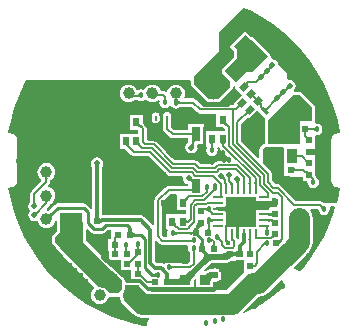
<source format=gbl>
G04 Layer_Physical_Order=2*
G04 Layer_Color=16711680*
%FSLAX25Y25*%
%MOIN*%
G70*
G01*
G75*
%ADD11R,0.02362X0.01969*%
%ADD12R,0.03543X0.03543*%
%ADD17R,0.01969X0.02362*%
G04:AMPARAMS|DCode=19|XSize=19.69mil|YSize=23.62mil|CornerRadius=0mil|HoleSize=0mil|Usage=FLASHONLY|Rotation=315.000|XOffset=0mil|YOffset=0mil|HoleType=Round|Shape=Rectangle|*
%AMROTATEDRECTD19*
4,1,4,-0.01531,-0.00139,0.00139,0.01531,0.01531,0.00139,-0.00139,-0.01531,-0.01531,-0.00139,0.0*
%
%ADD19ROTATEDRECTD19*%

%ADD32C,0.01500*%
%ADD33C,0.00800*%
%ADD34C,0.01200*%
%ADD35C,0.00600*%
%ADD36C,0.00700*%
%ADD38C,0.01000*%
%ADD39C,0.02000*%
%ADD40C,0.01575*%
%ADD41C,0.03000*%
%ADD42C,0.01800*%
%ADD43C,0.02000*%
%ADD44C,0.02400*%
%ADD45C,0.01969*%
%ADD46C,0.01600*%
%ADD47C,0.02598*%
%ADD48C,0.01799*%
G04:AMPARAMS|DCode=49|XSize=13.78mil|YSize=23.62mil|CornerRadius=0mil|HoleSize=0mil|Usage=FLASHONLY|Rotation=225.000|XOffset=0mil|YOffset=0mil|HoleType=Round|Shape=Rectangle|*
%AMROTATEDRECTD49*
4,1,4,-0.00348,0.01322,0.01322,-0.00348,0.00348,-0.01322,-0.01322,0.00348,-0.00348,0.01322,0.0*
%
%ADD49ROTATEDRECTD49*%

%ADD50R,0.00984X0.03347*%
%ADD51R,0.03347X0.00984*%
%ADD52R,0.10236X0.10236*%
%ADD53R,0.02165X0.03150*%
G04:AMPARAMS|DCode=54|XSize=55.12mil|YSize=78.74mil|CornerRadius=0mil|HoleSize=0mil|Usage=FLASHONLY|Rotation=45.000|XOffset=0mil|YOffset=0mil|HoleType=Round|Shape=Rectangle|*
%AMROTATEDRECTD54*
4,1,4,0.00835,-0.04733,-0.04733,0.00835,-0.00835,0.04733,0.04733,-0.00835,0.00835,-0.04733,0.0*
%
%ADD54ROTATEDRECTD54*%

%ADD55R,0.04724X0.03347*%
%ADD56R,0.03600X0.05000*%
%ADD57C,0.03937*%
%ADD58R,0.03150X0.04724*%
%ADD59R,0.02362X0.03150*%
%ADD60C,0.07000*%
%ADD61C,0.00701*%
%ADD62C,0.01213*%
%ADD63C,0.01181*%
%ADD64R,0.10587X0.07887*%
%ADD65R,0.07800X0.07700*%
G36*
X42734Y32369D02*
X42764Y32289D01*
X42814Y32218D01*
X42884Y32157D01*
X42974Y32105D01*
X43084Y32062D01*
X43214Y32029D01*
X43364Y32006D01*
X43534Y31991D01*
X43724Y31987D01*
Y30987D01*
X43534Y30982D01*
X43364Y30968D01*
X43214Y30944D01*
X43084Y30911D01*
X42974Y30869D01*
X42884Y30817D01*
X42814Y30755D01*
X42764Y30684D01*
X42734Y30604D01*
X42724Y30514D01*
Y32459D01*
X42734Y32369D01*
D02*
G37*
G36*
X36411Y30667D02*
X36423Y30658D01*
X36432Y30643D01*
X36439Y30621D01*
X36445Y30592D01*
X36448Y30556D01*
X36449Y30530D01*
X36343Y30636D01*
X36363Y30654D01*
X36381Y30665D01*
X36397Y30669D01*
X36411Y30667D01*
D02*
G37*
G36*
X36464Y30514D02*
X37494Y30526D01*
X37412Y30522D01*
X37332Y30512D01*
X37254Y30496D01*
X37178Y30474D01*
X37104Y30445D01*
X37032Y30411D01*
X36963Y30370D01*
X36896Y30323D01*
X36830Y30270D01*
X36767Y30211D01*
X36464Y30514D01*
X36449Y30514D01*
X36449Y30530D01*
X36464Y30514D01*
D02*
G37*
G36*
X64706Y32264D02*
X64669Y32183D01*
X64663Y32085D01*
X64688Y31970D01*
X64744Y31837D01*
X64831Y31687D01*
X64950Y31519D01*
X65100Y31335D01*
X65494Y30913D01*
X64486Y30507D01*
X64293Y30693D01*
X63942Y30989D01*
X63783Y31098D01*
X63636Y31183D01*
X63500Y31242D01*
X63376Y31276D01*
X63263Y31285D01*
X63162Y31268D01*
X63071Y31226D01*
X64775Y32327D01*
X64706Y32264D01*
D02*
G37*
G36*
X62449Y31262D02*
X62441Y31338D01*
X62417Y31406D01*
X62377Y31466D01*
X62321Y31518D01*
X62249Y31562D01*
X62161Y31598D01*
X62057Y31626D01*
X61937Y31646D01*
X61801Y31658D01*
X61649Y31662D01*
Y32462D01*
X61801Y32466D01*
X61937Y32478D01*
X62057Y32498D01*
X62161Y32526D01*
X62249Y32562D01*
X62321Y32606D01*
X62377Y32658D01*
X62417Y32718D01*
X62441Y32786D01*
X62449Y32862D01*
Y31262D01*
D02*
G37*
G36*
X56677Y32649D02*
X56730Y32609D01*
X56787Y32575D01*
X56850Y32545D01*
X56918Y32520D01*
X56991Y32499D01*
X57069Y32483D01*
X57152Y32471D01*
X57240Y32465D01*
X57333Y32462D01*
Y31662D01*
X57240Y31660D01*
X57152Y31653D01*
X57069Y31642D01*
X56991Y31625D01*
X56918Y31605D01*
X56850Y31579D01*
X56787Y31550D01*
X56730Y31515D01*
X56677Y31476D01*
X56629Y31432D01*
Y32692D01*
X56677Y32649D01*
D02*
G37*
G36*
X89667Y30561D02*
X89631Y30604D01*
X89588Y30631D01*
X89538Y30642D01*
X89479Y30637D01*
X89413Y30617D01*
X89339Y30580D01*
X89258Y30528D01*
X89169Y30459D01*
X89072Y30375D01*
X88968Y30275D01*
X88591Y30746D01*
X88702Y30861D01*
X88879Y31072D01*
X88946Y31167D01*
X88997Y31255D01*
X89033Y31336D01*
X89054Y31411D01*
X89060Y31479D01*
X89051Y31540D01*
X89027Y31594D01*
X89667Y30561D01*
D02*
G37*
G36*
X57276Y44811D02*
X57276D01*
Y39661D01*
X60525D01*
Y38512D01*
X53732D01*
Y33362D01*
X54040D01*
X54276Y32921D01*
X54197Y32803D01*
X54049Y32062D01*
X54182Y31398D01*
X53957Y30898D01*
X53077D01*
X52435Y31539D01*
Y42565D01*
X55145Y45274D01*
X57187D01*
X57276Y44811D01*
D02*
G37*
G36*
X36858Y29743D02*
X36867Y29638D01*
X36882Y29547D01*
X36903Y29467D01*
X36930Y29400D01*
X36963Y29345D01*
X37002Y29302D01*
X37047Y29271D01*
X37098Y29253D01*
X37155Y29247D01*
X35955D01*
X36012Y29253D01*
X36063Y29271D01*
X36108Y29302D01*
X36147Y29345D01*
X36180Y29400D01*
X36207Y29467D01*
X36228Y29547D01*
X36243Y29638D01*
X36252Y29743D01*
X36255Y29859D01*
X36855D01*
X36858Y29743D01*
D02*
G37*
G36*
X82038Y30062D02*
X82007Y30044D01*
X81980Y30014D01*
X81957Y29972D01*
X81937Y29918D01*
X81921Y29852D01*
X81908Y29774D01*
X81899Y29684D01*
X81892Y29468D01*
X81292D01*
X81290Y29582D01*
X81276Y29774D01*
X81263Y29852D01*
X81247Y29918D01*
X81227Y29972D01*
X81204Y30014D01*
X81177Y30044D01*
X81146Y30062D01*
X81112Y30068D01*
X82072D01*
X82038Y30062D01*
D02*
G37*
G36*
X68693Y30254D02*
X68818Y30148D01*
X68878Y30105D01*
X68937Y30069D01*
X68995Y30039D01*
X69051Y30016D01*
X69107Y30000D01*
X69161Y29990D01*
X69213Y29987D01*
Y29387D01*
X69161Y29383D01*
X69107Y29373D01*
X69051Y29357D01*
X68995Y29334D01*
X68937Y29304D01*
X68878Y29268D01*
X68818Y29225D01*
X68756Y29175D01*
X68629Y29057D01*
Y30317D01*
X68693Y30254D01*
D02*
G37*
G36*
X74036Y30143D02*
X74044Y30068D01*
X74044Y30068D01*
X74198D01*
X74167Y30063D01*
X74139Y30047D01*
X74114Y30020D01*
X74093Y29983D01*
X74077Y29942D01*
X74099Y29898D01*
X74128Y29858D01*
X74162Y29827D01*
X74201Y29805D01*
X74246Y29792D01*
X74296Y29787D01*
X74034Y29568D01*
X74033Y29540D01*
X74001D01*
X73498Y29119D01*
X73468Y29540D01*
X73433D01*
X73431Y29640D01*
X73415Y29809D01*
X73402Y29878D01*
X73384Y29936D01*
X73363Y29983D01*
X73338Y30020D01*
X73308Y30047D01*
X73275Y30063D01*
X73238Y30068D01*
X73512D01*
X74033Y30225D01*
X74036Y30143D01*
D02*
G37*
G36*
X71611Y30935D02*
X71624Y30858D01*
X71642Y30784D01*
X71667Y30710D01*
X71698Y30639D01*
X71735Y30568D01*
X71777Y30500D01*
X71826Y30432D01*
X71880Y30367D01*
X71941Y30302D01*
X71478Y29776D01*
X71413Y29836D01*
X71346Y29890D01*
X71279Y29937D01*
X71210Y29977D01*
X71139Y30010D01*
X71068Y30036D01*
X70995Y30055D01*
X70920Y30067D01*
X70844Y30072D01*
X70767Y30070D01*
X71604Y31012D01*
X71611Y30935D01*
D02*
G37*
G36*
X84035Y31030D02*
X84054Y30979D01*
X84085Y30934D01*
X84128Y30895D01*
X84184Y30862D01*
X84251Y30835D01*
X84330Y30814D01*
X84422Y30799D01*
X84525Y30790D01*
X84641Y30787D01*
Y30187D01*
X84527Y30185D01*
X84257Y30168D01*
X84191Y30157D01*
X84137Y30144D01*
X84095Y30128D01*
X84065Y30111D01*
X84047Y30090D01*
X84041Y30068D01*
X84029Y31087D01*
X84035Y31030D01*
D02*
G37*
G36*
X76119Y30750D02*
X76089Y30696D01*
X76075Y30636D01*
X76079Y30567D01*
X76100Y30492D01*
X76138Y30409D01*
X76193Y30319D01*
X76266Y30222D01*
X76355Y30118D01*
X76462Y30006D01*
X75967Y29511D01*
X75859Y29617D01*
X75499Y29929D01*
X75426Y29979D01*
X75361Y30018D01*
X75302Y30046D01*
X75251Y30062D01*
X75207Y30068D01*
X76167Y30796D01*
X76119Y30750D01*
D02*
G37*
G36*
X92215Y29349D02*
X92103Y29234D01*
X91808Y28892D01*
X91723Y28780D01*
X91574Y28556D01*
X91510Y28445D01*
X91402Y28225D01*
X90806Y29788D01*
X90903Y29749D01*
X90999Y29723D01*
X91094Y29711D01*
X91187Y29711D01*
X91280Y29724D01*
X91370Y29751D01*
X91460Y29790D01*
X91549Y29843D01*
X91636Y29909D01*
X91722Y29988D01*
X92215Y29349D01*
D02*
G37*
G36*
X42060Y33267D02*
X42075Y33094D01*
X42100Y32943D01*
X42135Y32811D01*
X42180Y32700D01*
X42235Y32609D01*
X42300Y32538D01*
X42375Y32487D01*
X42460Y32457D01*
X42555Y32447D01*
X40555D01*
X40650Y32457D01*
X40735Y32487D01*
X40810Y32538D01*
X40875Y32609D01*
X40930Y32700D01*
X40975Y32811D01*
X41010Y32943D01*
X41035Y33094D01*
X41050Y33267D01*
X41055Y33459D01*
X42055D01*
X42060Y33267D01*
D02*
G37*
G36*
X87886Y36810D02*
X87907Y36788D01*
X87942Y36769D01*
X87991Y36752D01*
X88054Y36738D01*
X88131Y36726D01*
X88327Y36710D01*
X88579Y36705D01*
Y36005D01*
X88446Y36004D01*
X88054Y35973D01*
X87991Y35958D01*
X87942Y35941D01*
X87907Y35922D01*
X87886Y35900D01*
X87879Y35875D01*
Y36835D01*
X87886Y36810D01*
D02*
G37*
G36*
X68769Y39838D02*
X68768Y39753D01*
X68774Y39671D01*
X68787Y39592D01*
X68808Y39516D01*
X68836Y39442D01*
X68872Y39371D01*
X68914Y39303D01*
X68964Y39238D01*
X69016Y39182D01*
X69399Y38804D01*
Y37843D01*
X69393Y37870D01*
X69374Y37907D01*
X69342Y37955D01*
X69298Y38013D01*
X69170Y38162D01*
X68763Y38586D01*
X68938Y39112D01*
X68539Y38809D01*
X68480Y38865D01*
X68416Y38916D01*
X68349Y38963D01*
X68278Y39004D01*
X68204Y39041D01*
X68127Y39074D01*
X68045Y39101D01*
X67961Y39124D01*
X67872Y39142D01*
X67780Y39156D01*
X68778Y39925D01*
X68769Y39838D01*
D02*
G37*
G36*
X31343Y37763D02*
X31345Y37633D01*
X31374Y37295D01*
X31391Y37199D01*
X31412Y37113D01*
X31437Y37034D01*
X31466Y36965D01*
X31499Y36904D01*
X31505Y36895D01*
X31506Y36894D01*
X31558Y36854D01*
X31614Y36818D01*
X31673Y36786D01*
X31735Y36760D01*
X31801Y36738D01*
X31871Y36722D01*
X31944Y36710D01*
X32020Y36702D01*
X32100Y36700D01*
Y35500D01*
X32020Y35498D01*
X31944Y35490D01*
X31871Y35478D01*
X31801Y35462D01*
X31735Y35440D01*
X31673Y35414D01*
X31614Y35382D01*
X31558Y35346D01*
X31506Y35306D01*
X31457Y35260D01*
Y36861D01*
X29868Y37051D01*
X29920Y37098D01*
X29967Y37154D01*
X30008Y37219D01*
X30044Y37293D01*
X30074Y37376D01*
X30099Y37469D01*
X30118Y37570D01*
X30132Y37681D01*
X30140Y37800D01*
X30143Y37929D01*
X31343Y37763D01*
D02*
G37*
G36*
X68595Y36922D02*
X68663Y36866D01*
X68732Y36817D01*
X68804Y36774D01*
X68878Y36738D01*
X68953Y36708D01*
X69031Y36685D01*
X69098Y36671D01*
X69105Y36671D01*
X69183Y36684D01*
X69249Y36700D01*
X69303Y36720D01*
X69345Y36743D01*
X69375Y36770D01*
X69393Y36801D01*
X69399Y36835D01*
Y35875D01*
X69393Y35909D01*
X69375Y35940D01*
X69345Y35967D01*
X69303Y35990D01*
X69249Y36010D01*
X69183Y36026D01*
X69105Y36039D01*
X69099Y36040D01*
X69031Y36025D01*
X68953Y36002D01*
X68878Y35973D01*
X68804Y35936D01*
X68732Y35893D01*
X68663Y35844D01*
X68595Y35788D01*
X68529Y35725D01*
Y36985D01*
X68595Y36922D01*
D02*
G37*
G36*
X89026Y37624D02*
X89019Y37690D01*
X88998Y37750D01*
X88962Y37802D01*
X88912Y37848D01*
X88848Y37886D01*
X88770Y37918D01*
X88678Y37942D01*
X88571Y37960D01*
X88450Y37970D01*
X88426Y37971D01*
X88054Y37941D01*
X87991Y37927D01*
X87942Y37910D01*
X87907Y37890D01*
X87886Y37868D01*
X87879Y37843D01*
Y38804D01*
X87886Y38779D01*
X87907Y38757D01*
X87942Y38737D01*
X87991Y38720D01*
X88054Y38706D01*
X88131Y38694D01*
X88327Y38679D01*
X88432Y38677D01*
X88450Y38677D01*
X88571Y38688D01*
X88678Y38705D01*
X88770Y38730D01*
X88848Y38761D01*
X88912Y38800D01*
X88962Y38845D01*
X88998Y38898D01*
X89019Y38957D01*
X89026Y39024D01*
Y37624D01*
D02*
G37*
G36*
X11195Y38929D02*
X11136Y38866D01*
X11083Y38797D01*
X11033Y38723D01*
X10988Y38643D01*
X10947Y38558D01*
X10911Y38468D01*
X10879Y38372D01*
X10851Y38271D01*
X10809Y38051D01*
X9983Y39182D01*
X10087Y39169D01*
X10187Y39164D01*
X10282Y39167D01*
X10374Y39178D01*
X10462Y39198D01*
X10545Y39226D01*
X10625Y39263D01*
X10701Y39308D01*
X10772Y39361D01*
X10840Y39423D01*
X11195Y38929D01*
D02*
G37*
G36*
X110150Y40668D02*
X109698Y39065D01*
X108175Y34935D01*
X106332Y30938D01*
X104181Y27098D01*
X101736Y23438D01*
X99011Y19982D01*
X98748Y19698D01*
X98427Y19366D01*
X97966Y19558D01*
X97602Y19838D01*
X96778Y20179D01*
X96443Y20223D01*
X96263Y20751D01*
X98808Y23296D01*
X98808Y23296D01*
X99076Y23645D01*
X101333Y25902D01*
X101333Y25902D01*
X102054Y26842D01*
X102508Y27937D01*
X102662Y29112D01*
Y37129D01*
X102508Y38304D01*
X102054Y39399D01*
X101726Y39826D01*
X101947Y40275D01*
X103990D01*
X104453Y40100D01*
X104601Y39359D01*
X105020Y38730D01*
X105649Y38311D01*
X106390Y38163D01*
X107131Y38311D01*
X107759Y38730D01*
X108179Y39359D01*
X108327Y40100D01*
X108234Y40567D01*
X108584Y41067D01*
X109848D01*
X110150Y40668D01*
D02*
G37*
G36*
X16274Y38401D02*
X16153Y38273D01*
X16047Y38146D01*
X15958Y38021D01*
X15884Y37898D01*
X15826Y37776D01*
X15784Y37657D01*
X15757Y37538D01*
X15747Y37422D01*
X15752Y37307D01*
X15773Y37193D01*
X14359Y38608D01*
X14472Y38587D01*
X14587Y38581D01*
X14704Y38592D01*
X14822Y38618D01*
X14942Y38660D01*
X15063Y38718D01*
X15187Y38792D01*
X15312Y38882D01*
X15438Y38987D01*
X15567Y39108D01*
X16274Y38401D01*
D02*
G37*
G36*
X74261Y34207D02*
X74210Y34188D01*
X74165Y34157D01*
X74126Y34114D01*
X74093Y34058D01*
X74066Y33991D01*
X74045Y33912D01*
X74030Y33821D01*
X74027Y33784D01*
X74034Y33684D01*
X74047Y33606D01*
X74063Y33540D01*
X74083Y33486D01*
X74106Y33444D01*
X74133Y33414D01*
X74164Y33396D01*
X74198Y33390D01*
X73238D01*
X73272Y33396D01*
X73303Y33414D01*
X73330Y33444D01*
X73353Y33486D01*
X73373Y33540D01*
X73389Y33606D01*
X73402Y33684D01*
X73411Y33774D01*
X73418Y33990D01*
X73493D01*
X73533Y34202D01*
X74318Y34214D01*
X74261Y34207D01*
D02*
G37*
G36*
X56848Y35343D02*
X56829Y35277D01*
X56830Y35202D01*
X56850Y35117D01*
X56890Y35023D01*
X56949Y34919D01*
X57028Y34806D01*
X57126Y34683D01*
X57381Y34409D01*
X56920Y33879D01*
X56775Y34019D01*
X56516Y34239D01*
X56401Y34319D01*
X56297Y34378D01*
X56203Y34418D01*
X56120Y34437D01*
X56046Y34436D01*
X55983Y34415D01*
X55930Y34374D01*
X56886Y35399D01*
X56848Y35343D01*
D02*
G37*
G36*
X87879Y33906D02*
X87849Y33900D01*
X87821Y33882D01*
X87797Y33852D01*
X87776Y33810D01*
X87758Y33757D01*
X87744Y33691D01*
X87733Y33612D01*
X87727Y33547D01*
X87731Y33510D01*
X87748Y33431D01*
X87771Y33353D01*
X87801Y33277D01*
X87837Y33204D01*
X87880Y33132D01*
X87929Y33063D01*
X87985Y32995D01*
X88048Y32929D01*
X86788D01*
X86851Y32995D01*
X86907Y33063D01*
X86956Y33132D01*
X86999Y33204D01*
X87036Y33277D01*
X87065Y33353D01*
X87088Y33431D01*
X87105Y33510D01*
X87106Y33522D01*
X87106Y33526D01*
X87091Y33617D01*
X87070Y33696D01*
X87043Y33764D01*
X87010Y33819D01*
X86971Y33862D01*
X86926Y33893D01*
X86875Y33912D01*
X86818Y33918D01*
X87879Y33906D01*
D02*
G37*
G36*
X68190Y33643D02*
X68199Y33538D01*
X68214Y33447D01*
X68235Y33367D01*
X68262Y33300D01*
X68295Y33245D01*
X68334Y33202D01*
X68379Y33171D01*
X68430Y33153D01*
X68487Y33147D01*
X67287D01*
X67344Y33153D01*
X67395Y33171D01*
X67440Y33202D01*
X67479Y33245D01*
X67512Y33300D01*
X67539Y33367D01*
X67560Y33447D01*
X67575Y33538D01*
X67584Y33643D01*
X67587Y33759D01*
X68187D01*
X68190Y33643D01*
D02*
G37*
G36*
X60435Y36571D02*
X60453Y36511D01*
X60484Y36459D01*
X60526Y36413D01*
X60581Y36375D01*
X60648Y36343D01*
X60727Y36318D01*
X60818Y36301D01*
X60922Y36290D01*
X61037Y36287D01*
Y35587D01*
X60922Y35583D01*
X60818Y35573D01*
X60727Y35555D01*
X60648Y35531D01*
X60581Y35500D01*
X60526Y35461D01*
X60484Y35416D01*
X60453Y35363D01*
X60435Y35304D01*
X60429Y35237D01*
Y36637D01*
X60435Y36571D01*
D02*
G37*
G36*
X89016Y36804D02*
X89020Y36783D01*
X89026Y36762D01*
X89034Y36740D01*
X89045Y36718D01*
X89058Y36696D01*
X89074Y36673D01*
X89112Y36626D01*
X89135Y36603D01*
X89018Y36485D01*
X89027Y35237D01*
X89022Y35334D01*
X89010Y35428D01*
X88991Y35520D01*
X88963Y35610D01*
X88928Y35698D01*
X88886Y35784D01*
X88836Y35868D01*
X88778Y35950D01*
X88713Y36030D01*
X88640Y36108D01*
X89018Y36485D01*
X89015Y36824D01*
X89016Y36804D01*
D02*
G37*
G36*
X65532Y34492D02*
X65464Y34557D01*
X65380Y34591D01*
X65279Y34594D01*
X65162Y34568D01*
X65029Y34511D01*
X64879Y34424D01*
X64713Y34307D01*
X64531Y34159D01*
X64127Y33783D01*
X64138Y33681D01*
X64163Y33556D01*
X64198Y33447D01*
X64243Y33355D01*
X64298Y33280D01*
X64363Y33222D01*
X64438Y33180D01*
X64523Y33155D01*
X64618Y33147D01*
X62618D01*
X62713Y33155D01*
X62798Y33180D01*
X62873Y33222D01*
X62938Y33280D01*
X62993Y33355D01*
X63038Y33447D01*
X63073Y33556D01*
X63098Y33681D01*
X63113Y33823D01*
X63118Y33981D01*
X64000D01*
X63607Y34677D01*
X63798Y34875D01*
X64100Y35232D01*
X64211Y35392D01*
X64296Y35540D01*
X64355Y35675D01*
X64387Y35798D01*
X64393Y35908D01*
X64373Y36006D01*
X64326Y36092D01*
X65532Y34492D01*
D02*
G37*
G36*
X68454Y35647D02*
X68398Y35579D01*
X68348Y35509D01*
X68305Y35438D01*
X68269Y35364D01*
X68239Y35289D01*
X68216Y35211D01*
X68200Y35131D01*
X68190Y35050D01*
X68187Y34967D01*
X67587D01*
X67583Y35050D01*
X67573Y35131D01*
X67557Y35211D01*
X67534Y35289D01*
X67504Y35364D01*
X67468Y35438D01*
X67425Y35509D01*
X67375Y35579D01*
X67319Y35647D01*
X67257Y35712D01*
X68517D01*
X68454Y35647D01*
D02*
G37*
G36*
X62329Y28980D02*
X62255Y29035D01*
X62179Y29085D01*
X62103Y29129D01*
X62026Y29167D01*
X61949Y29199D01*
X61870Y29225D01*
X61791Y29246D01*
X61711Y29261D01*
X61629Y29269D01*
X61548Y29272D01*
X61466Y29872D01*
X61551Y29876D01*
X61632Y29886D01*
X61711Y29904D01*
X61786Y29929D01*
X61858Y29962D01*
X61927Y30001D01*
X61992Y30047D01*
X62054Y30101D01*
X62113Y30162D01*
X62169Y30230D01*
X62329Y28980D01*
D02*
G37*
G36*
X44603Y19843D02*
X44612Y19738D01*
X44627Y19647D01*
X44648Y19567D01*
X44675Y19500D01*
X44708Y19445D01*
X44747Y19402D01*
X44792Y19371D01*
X44843Y19353D01*
X44900Y19347D01*
X43700D01*
X43757Y19353D01*
X43808Y19371D01*
X43853Y19402D01*
X43892Y19445D01*
X43925Y19500D01*
X43952Y19567D01*
X43973Y19647D01*
X43988Y19738D01*
X43997Y19843D01*
X44000Y19959D01*
X44600D01*
X44603Y19843D01*
D02*
G37*
G36*
X44843Y20568D02*
X44792Y20550D01*
X44747Y20519D01*
X44708Y20477D01*
X44675Y20421D01*
X44648Y20354D01*
X44627Y20275D01*
X44612Y20183D01*
X44603Y20079D01*
X44600Y19962D01*
X44000D01*
X43997Y20079D01*
X43988Y20183D01*
X43973Y20275D01*
X43952Y20354D01*
X43925Y20421D01*
X43892Y20477D01*
X43853Y20519D01*
X43808Y20550D01*
X43757Y20568D01*
X43700Y20574D01*
X44900D01*
X44843Y20568D01*
D02*
G37*
G36*
X50539Y17653D02*
X50510Y17677D01*
X50473Y17699D01*
X50428Y17719D01*
X50375Y17736D01*
X50314Y17750D01*
X50246Y17762D01*
X50085Y17777D01*
X49994Y17781D01*
X49894Y17783D01*
Y18783D01*
X49994Y18784D01*
X50246Y18803D01*
X50314Y18815D01*
X50375Y18830D01*
X50428Y18846D01*
X50473Y18866D01*
X50510Y18888D01*
X50539Y18913D01*
Y17653D01*
D02*
G37*
G36*
X63324Y18310D02*
X62924Y17896D01*
X62297Y17156D01*
X62069Y16830D01*
X61897Y16533D01*
X61783Y16264D01*
X61726Y16025D01*
X61726Y15815D01*
X61783Y15633D01*
X61898Y15481D01*
X59031Y18248D01*
X59188Y18138D01*
X59373Y18084D01*
X59585Y18087D01*
X59826Y18145D01*
X60095Y18260D01*
X60392Y18430D01*
X60717Y18657D01*
X61070Y18940D01*
X61860Y19674D01*
X63324Y18310D01*
D02*
G37*
G36*
X51591Y28635D02*
X52021Y28348D01*
X52528Y28247D01*
X60759D01*
X61071Y27747D01*
X60963Y27200D01*
X61110Y26459D01*
X61530Y25830D01*
X61575Y25800D01*
Y22534D01*
X61166Y22126D01*
X56015D01*
X56010Y22127D01*
X55998Y22132D01*
X55983Y22140D01*
X55963Y22151D01*
X55940Y22167D01*
X55891Y22206D01*
X55799Y22251D01*
X55441Y22490D01*
X54700Y22637D01*
X53959Y22490D01*
X53330Y22070D01*
X53150Y21801D01*
X52692Y22107D01*
X52068Y22231D01*
X50576D01*
X50131Y22676D01*
Y29387D01*
X50631Y29594D01*
X51591Y28635D01*
D02*
G37*
G36*
X42349Y22792D02*
X42223Y22662D01*
X42026Y22432D01*
X41955Y22332D01*
X41902Y22242D01*
X41867Y22162D01*
X41851Y22092D01*
X41853Y22032D01*
X41874Y21983D01*
X41912Y21943D01*
X40943Y22647D01*
X40994Y22620D01*
X41053Y22609D01*
X41120Y22613D01*
X41193Y22633D01*
X41274Y22669D01*
X41363Y22721D01*
X41459Y22788D01*
X41562Y22871D01*
X41791Y23083D01*
X42349Y22792D01*
D02*
G37*
G36*
X55342Y21341D02*
X55417Y21290D01*
X55492Y21246D01*
X55568Y21207D01*
X55646Y21174D01*
X55724Y21148D01*
X55803Y21127D01*
X55883Y21112D01*
X55964Y21103D01*
X56046Y21100D01*
X56117Y20500D01*
X56033Y20496D01*
X55951Y20486D01*
X55873Y20468D01*
X55797Y20443D01*
X55725Y20411D01*
X55655Y20372D01*
X55589Y20326D01*
X55526Y20273D01*
X55466Y20213D01*
X55409Y20145D01*
X55269Y21397D01*
X55342Y21341D01*
D02*
G37*
G36*
X82553Y21861D02*
X82571Y21810D01*
X82602Y21765D01*
X82645Y21726D01*
X82700Y21693D01*
X82767Y21666D01*
X82847Y21645D01*
X82938Y21630D01*
X83043Y21621D01*
X83159Y21618D01*
Y21018D01*
X83043Y21015D01*
X82938Y21006D01*
X82847Y20991D01*
X82767Y20970D01*
X82700Y20943D01*
X82645Y20910D01*
X82602Y20871D01*
X82571Y20826D01*
X82553Y20775D01*
X82547Y20718D01*
Y21918D01*
X82553Y21861D01*
D02*
G37*
G36*
X58390Y14740D02*
X58370Y14752D01*
X58310Y14762D01*
X58210Y14771D01*
X57670Y14791D01*
X56390Y14800D01*
Y16800D01*
X56772Y16810D01*
X57113Y16840D01*
X57415Y16890D01*
X57676Y16960D01*
X57897Y17050D01*
X58078Y17160D01*
X58220Y17290D01*
X58321Y17440D01*
X58381Y17610D01*
X58402Y17800D01*
X58390Y14740D01*
D02*
G37*
G36*
X68339Y18261D02*
X68410Y18260D01*
Y18190D01*
X69207Y17393D01*
X69056Y17223D01*
X68920Y17032D01*
X68800Y16819D01*
X68697Y16586D01*
X68609Y16331D01*
X68537Y16055D01*
X68481Y15758D01*
X68441Y15440D01*
X68418Y15101D01*
X68410Y14740D01*
Y18190D01*
X68339Y18261D01*
X68194Y18265D01*
X68012Y18282D01*
X67865Y18309D01*
X67752Y18347D01*
X67673Y18396D01*
X67629Y18457D01*
X67619Y18528D01*
X67642Y18610D01*
X67700Y18703D01*
X67793Y18807D01*
X68339Y18261D01*
D02*
G37*
G36*
X92540Y16403D02*
X92594Y15995D01*
X92935Y15171D01*
X93215Y14807D01*
X93408Y14346D01*
X93075Y14025D01*
X92791Y13762D01*
X89335Y11037D01*
X85675Y8592D01*
X84340Y7844D01*
X84369Y7758D01*
X83538Y7166D01*
X83569Y7412D01*
X81835Y6441D01*
X79669Y5443D01*
X79378Y5859D01*
X84480Y10961D01*
X84512D01*
X85687Y11116D01*
X86781Y11569D01*
X87721Y12291D01*
X92013Y16582D01*
X92540Y16403D01*
D02*
G37*
G36*
X36213Y19387D02*
X39000Y16600D01*
X39000Y13300D01*
X37700Y12000D01*
X34900Y12000D01*
X31223Y15676D01*
X35300Y19387D01*
X36213Y19387D01*
D02*
G37*
G36*
X54570Y18114D02*
X54613Y17405D01*
X54620Y17360D01*
X54660Y17204D01*
X54711Y17072D01*
X54773Y16964D01*
X54847Y16880D01*
X54933Y16820D01*
X55029Y16784D01*
X55138Y16772D01*
X54651D01*
X54661Y16599D01*
X54686Y16516D01*
X54713Y16467D01*
X53224D01*
X53251Y16516D01*
X53276Y16599D01*
X53298Y16715D01*
X53305Y16772D01*
X52799D01*
X52908Y16784D01*
X53004Y16820D01*
X53090Y16880D01*
X53164Y16964D01*
X53226Y17072D01*
X53277Y17204D01*
X53317Y17360D01*
X53346Y17540D01*
X53352Y17617D01*
X53369Y18464D01*
X54568D01*
X54570Y18114D01*
D02*
G37*
G36*
X45396Y18568D02*
X45393Y18501D01*
X45403Y18429D01*
X45426Y18352D01*
X45463Y18270D01*
X45514Y18182D01*
X45577Y18090D01*
X45654Y17992D01*
X45745Y17889D01*
X45849Y17782D01*
X45791Y16990D01*
X45651Y17126D01*
X45407Y17337D01*
X45304Y17412D01*
X45213Y17466D01*
X45134Y17499D01*
X45068Y17512D01*
X45014Y17504D01*
X44972Y17475D01*
X44943Y17426D01*
X45412Y18630D01*
X45396Y18568D01*
D02*
G37*
G36*
X48862Y15200D02*
X48856Y15257D01*
X48838Y15308D01*
X48808Y15353D01*
X48766Y15392D01*
X48712Y15425D01*
X48646Y15452D01*
X48568Y15473D01*
X48478Y15488D01*
X48376Y15497D01*
X48262Y15500D01*
Y16100D01*
X48376Y16103D01*
X48478Y16112D01*
X48568Y16127D01*
X48646Y16148D01*
X48712Y16175D01*
X48766Y16208D01*
X48808Y16247D01*
X48838Y16292D01*
X48856Y16343D01*
X48862Y16400D01*
Y15200D01*
D02*
G37*
G36*
X28619Y32419D02*
X29115Y32087D01*
X29700Y31971D01*
X32381D01*
X32967Y32087D01*
X33463Y32419D01*
X34205Y33161D01*
X35437D01*
Y31096D01*
X35426Y31081D01*
X35423Y31069D01*
X35331Y30931D01*
X35230Y30424D01*
Y30271D01*
X34374D01*
Y26302D01*
X34636D01*
Y23102D01*
X38574D01*
Y19702D01*
X42074D01*
Y16402D01*
X42074D01*
X41999Y15933D01*
X41625Y15884D01*
X41525Y15843D01*
X41087Y15930D01*
X40520Y15817D01*
X40020Y16175D01*
Y16600D01*
X40003Y16682D01*
X39728D01*
X39722Y16821D01*
X39704Y16946D01*
X39676Y17055D01*
X39635Y17151D01*
X39583Y17231D01*
X39519Y17297D01*
X39444Y17348D01*
X39357Y17385D01*
X39259Y17407D01*
X39149Y17414D01*
X39149Y17457D01*
X39139Y17601D01*
X39135Y17617D01*
X39131Y17628D01*
X39126Y17634D01*
X39120Y17637D01*
Y17921D01*
X37980Y19062D01*
X37973Y19073D01*
X37962Y19080D01*
X36935Y20107D01*
X36604Y20328D01*
X36213Y20406D01*
X36147D01*
X36043Y20543D01*
X35874Y20711D01*
X35863Y20712D01*
X35649Y20714D01*
X35645Y20776D01*
X35633Y20830D01*
X35612Y20879D01*
X35583Y20921D01*
X35546Y20956D01*
X35500Y20985D01*
X35447Y21008D01*
X35385Y21024D01*
X35315Y21033D01*
X35236Y21037D01*
Y21349D01*
X27039Y29546D01*
Y31005D01*
X27042Y31010D01*
X27120Y31400D01*
Y33264D01*
X27582Y33456D01*
X28619Y32419D01*
D02*
G37*
G36*
X79602Y19137D02*
X79602Y19137D01*
X79602D01*
X79402Y18718D01*
X79391Y18709D01*
X73702Y13021D01*
X70085D01*
X69861Y12800D01*
X69640Y13021D01*
X48475D01*
Y12731D01*
X48466Y12733D01*
X48443Y12734D01*
X47902Y12740D01*
X47770Y12740D01*
Y13021D01*
X47698D01*
X46435Y14284D01*
X46754Y14672D01*
X46898Y14575D01*
X47406Y14475D01*
X47850D01*
Y13922D01*
X48475Y13929D01*
Y13816D01*
X53692D01*
X53969Y13761D01*
X57378D01*
Y13728D01*
X58349D01*
X58386Y13721D01*
X58425Y13728D01*
X62922D01*
Y16268D01*
X62930Y16283D01*
X63105Y16533D01*
X63378Y16855D01*
X63878Y16672D01*
Y13728D01*
X68354D01*
X68387Y13721D01*
X68398Y13723D01*
X68410Y13721D01*
X68448Y13728D01*
X68932D01*
X68800Y13861D01*
X69121Y14205D01*
X69192Y14286D01*
X69243Y14356D01*
X69284Y14419D01*
X69313Y14476D01*
X69332Y14526D01*
X69340Y14569D01*
X69337Y14605D01*
X69422Y14554D01*
Y14685D01*
X69429Y14718D01*
X69436Y15054D01*
X69457Y15341D01*
X69476Y15491D01*
X69655Y15699D01*
X69991Y15899D01*
X70200Y15857D01*
X71058Y16028D01*
X71786Y16514D01*
X72272Y17242D01*
X72443Y18100D01*
X72272Y18958D01*
X71786Y19686D01*
X71058Y20172D01*
X70200Y20343D01*
X69342Y20172D01*
X69292Y20139D01*
X68500D01*
X67720Y19984D01*
X67058Y19542D01*
X66871Y19355D01*
X66581Y19390D01*
X66394Y19910D01*
X67903Y21419D01*
X68090Y21569D01*
X68335Y21735D01*
X68587Y21878D01*
X68846Y21998D01*
X69114Y22097D01*
X69393Y22174D01*
X69684Y22229D01*
X69922Y22255D01*
X70892D01*
X70942Y22222D01*
X71800Y22052D01*
X72658Y22222D01*
X72708Y22255D01*
X73905D01*
X73914Y22287D01*
Y22255D01*
X73926D01*
X74707Y22411D01*
X75368Y22853D01*
X75389Y22874D01*
X76871D01*
Y22874D01*
X77314Y23066D01*
X77352Y23074D01*
X77416D01*
X77429Y23073D01*
X77433Y23074D01*
X79602D01*
Y19137D01*
D02*
G37*
G36*
X37098Y27320D02*
X37047Y27302D01*
X37002Y27271D01*
X36963Y27228D01*
X36930Y27173D01*
X36903Y27106D01*
X36882Y27027D01*
X36867Y26935D01*
X36858Y26831D01*
X36855Y26714D01*
X36255D01*
X36252Y26831D01*
X36243Y26935D01*
X36228Y27027D01*
X36207Y27106D01*
X36180Y27173D01*
X36147Y27228D01*
X36108Y27271D01*
X36063Y27302D01*
X36012Y27320D01*
X35955Y27326D01*
X37155D01*
X37098Y27320D01*
D02*
G37*
G36*
X40967Y27492D02*
X40911Y27424D01*
X40862Y27354D01*
X40819Y27283D01*
X40782Y27209D01*
X40753Y27134D01*
X40730Y27056D01*
X40713Y26976D01*
X40703Y26895D01*
X40700Y26812D01*
X40100D01*
X40097Y26895D01*
X40087Y26976D01*
X40070Y27056D01*
X40047Y27134D01*
X40018Y27209D01*
X39981Y27283D01*
X39938Y27354D01*
X39889Y27424D01*
X39833Y27492D01*
X39770Y27557D01*
X41030D01*
X40967Y27492D01*
D02*
G37*
G36*
X81895Y26910D02*
X81904Y26808D01*
X81919Y26718D01*
X81940Y26640D01*
X81967Y26574D01*
X82000Y26520D01*
X82039Y26478D01*
X82084Y26448D01*
X82135Y26430D01*
X82192Y26424D01*
X80992D01*
X81049Y26430D01*
X81100Y26448D01*
X81145Y26478D01*
X81184Y26520D01*
X81217Y26574D01*
X81244Y26640D01*
X81265Y26718D01*
X81280Y26808D01*
X81289Y26910D01*
X81292Y27024D01*
X81892D01*
X81895Y26910D01*
D02*
G37*
G36*
X66709Y26750D02*
X66663Y26678D01*
X66651Y26586D01*
X66673Y26474D01*
X66728Y26342D01*
X66817Y26191D01*
X66939Y26020D01*
X66949Y26008D01*
X67621Y25419D01*
X67734Y25350D01*
X67826Y25308D01*
X67895Y25295D01*
X67270Y24669D01*
X67895Y24295D01*
X70309Y23295D01*
X69915Y23280D01*
X69532Y23238D01*
X69162Y23167D01*
X68803Y23068D01*
X68455Y22941D01*
X68120Y22786D01*
X67796Y22602D01*
X67484Y22390D01*
X67183Y22149D01*
X66895Y21881D01*
X65420Y23234D01*
X65681Y23510D01*
X65901Y23771D01*
X66077Y24019D01*
X66212Y24252D01*
X66304Y24472D01*
X66353Y24677D01*
X66360Y24867D01*
X66325Y25044D01*
X66255Y25190D01*
X66005Y25458D01*
X65742Y25677D01*
X65588Y25784D01*
X65442Y25867D01*
X65305Y25927D01*
X65177Y25965D01*
X65058Y25980D01*
X64948Y25971D01*
X64847Y25940D01*
X65998Y26452D01*
X66222Y26675D01*
X66308Y26589D01*
X66789Y26803D01*
X66709Y26750D01*
D02*
G37*
G36*
X69871Y28356D02*
X69880Y28252D01*
X69895Y28160D01*
X69916Y28081D01*
X69943Y28013D01*
X69977Y27958D01*
X70016Y27915D01*
X70060Y27885D01*
X70112Y27866D01*
X70169Y27860D01*
X68968D01*
X69025Y27866D01*
X69077Y27885D01*
X69121Y27915D01*
X69160Y27958D01*
X69194Y28013D01*
X69221Y28081D01*
X69241Y28160D01*
X69257Y28252D01*
X69266Y28356D01*
X69269Y28472D01*
X69868D01*
X69871Y28356D01*
D02*
G37*
G36*
X86923Y28011D02*
X86871Y28051D01*
X86817Y28080D01*
X86761Y28098D01*
X86704Y28104D01*
X86645Y28099D01*
X86585Y28083D01*
X86523Y28055D01*
X86460Y28017D01*
X86396Y27967D01*
X86330Y27905D01*
X86027Y28451D01*
X86769Y29185D01*
X86923Y28011D01*
D02*
G37*
G36*
X44864Y27786D02*
X44809Y27718D01*
X44760Y27648D01*
X44717Y27575D01*
X44682Y27501D01*
X44652Y27425D01*
X44629Y27347D01*
X44613Y27268D01*
X44610Y27243D01*
X44612Y27222D01*
X44627Y27132D01*
X44648Y27054D01*
X44675Y26988D01*
X44708Y26934D01*
X44747Y26892D01*
X44792Y26862D01*
X44843Y26844D01*
X44900Y26838D01*
X43700D01*
X43757Y26844D01*
X43808Y26862D01*
X43853Y26892D01*
X43892Y26934D01*
X43925Y26988D01*
X43952Y27054D01*
X43973Y27132D01*
X43988Y27222D01*
X43989Y27237D01*
X43987Y27259D01*
X43970Y27338D01*
X43947Y27415D01*
X43917Y27490D01*
X43880Y27564D01*
X43837Y27635D01*
X43786Y27703D01*
X43730Y27770D01*
X43666Y27835D01*
X44926Y27853D01*
X44864Y27786D01*
D02*
G37*
G36*
X66136Y28680D02*
X66151Y28508D01*
X66176Y28356D01*
X66211Y28225D01*
X66256Y28113D01*
X66312Y28022D01*
X66377Y27951D01*
X66452Y27901D01*
X66536Y27870D01*
X66632Y27860D01*
X64631D01*
X64727Y27870D01*
X64811Y27901D01*
X64886Y27951D01*
X64951Y28022D01*
X65007Y28113D01*
X65052Y28225D01*
X65087Y28356D01*
X65112Y28508D01*
X65127Y28680D01*
X65131Y28872D01*
X66132D01*
X66136Y28680D01*
D02*
G37*
G36*
X25700Y34200D02*
Y30200D01*
X20400Y24900D01*
X16700Y29100D01*
X16700Y30900D01*
X17300Y31500D01*
X18300Y32500D01*
Y34400D01*
X19200Y35300D01*
X24600D01*
X25700Y34200D01*
D02*
G37*
G36*
X63467Y26492D02*
X63411Y26424D01*
X63362Y26354D01*
X63319Y26283D01*
X63283Y26209D01*
X63253Y26133D01*
X63230Y26056D01*
X63213Y25976D01*
X63203Y25895D01*
X63200Y25811D01*
X62600D01*
X62597Y25895D01*
X62587Y25976D01*
X62570Y26056D01*
X62547Y26133D01*
X62517Y26209D01*
X62481Y26283D01*
X62438Y26354D01*
X62389Y26424D01*
X62333Y26492D01*
X62270Y26557D01*
X63530D01*
X63467Y26492D01*
D02*
G37*
G36*
X73914Y23886D02*
X73894Y23774D01*
X73834Y23673D01*
X73734Y23584D01*
X73594Y23508D01*
X73414Y23442D01*
X73194Y23389D01*
X72934Y23348D01*
X72634Y23318D01*
X71914Y23295D01*
Y25295D01*
X72294Y25304D01*
X72634Y25332D01*
X72934Y25378D01*
X73194Y25443D01*
X73414Y25527D01*
X73594Y25629D01*
X73734Y25750D01*
X73834Y25890D01*
X73894Y26048D01*
X73914Y26224D01*
Y23886D01*
D02*
G37*
G36*
X44480Y24511D02*
X44421Y24531D01*
X44357Y24536D01*
X44286Y24527D01*
X44210Y24505D01*
X44128Y24468D01*
X44040Y24417D01*
X43947Y24353D01*
X43848Y24274D01*
X43743Y24182D01*
X43632Y24075D01*
X42904Y24195D01*
X43037Y24333D01*
X43244Y24573D01*
X43318Y24675D01*
X43371Y24766D01*
X43405Y24845D01*
X43418Y24912D01*
X43412Y24968D01*
X43386Y25012D01*
X43340Y25044D01*
X44480Y24511D01*
D02*
G37*
G36*
X40703Y26543D02*
X40712Y26439D01*
X40727Y26347D01*
X40748Y26267D01*
X40775Y26200D01*
X40808Y26145D01*
X40847Y26102D01*
X40892Y26071D01*
X40943Y26053D01*
X41000Y26047D01*
X39800D01*
X39857Y26053D01*
X39908Y26071D01*
X39953Y26102D01*
X39992Y26145D01*
X40025Y26200D01*
X40052Y26267D01*
X40073Y26347D01*
X40088Y26439D01*
X40097Y26543D01*
X40100Y26659D01*
X40700D01*
X40703Y26543D01*
D02*
G37*
G36*
X78897Y27406D02*
X78926Y27018D01*
X78951Y26861D01*
X78984Y26727D01*
X79025Y26618D01*
X79072Y26533D01*
X79127Y26473D01*
X79189Y26436D01*
X79259Y26424D01*
X77314D01*
X77384Y26436D01*
X77446Y26473D01*
X77501Y26533D01*
X77549Y26618D01*
X77589Y26727D01*
X77622Y26861D01*
X77647Y27018D01*
X77666Y27200D01*
X77680Y27637D01*
X78893D01*
X78897Y27406D01*
D02*
G37*
G36*
X77314Y25868D02*
X77682Y25861D01*
Y24649D01*
X77314Y24631D01*
Y24086D01*
X77302Y24193D01*
X77266Y24289D01*
X77205Y24373D01*
X77120Y24446D01*
X77011Y24508D01*
X76878Y24559D01*
X76720Y24598D01*
X76700Y24601D01*
X76424Y24588D01*
X76289Y24552D01*
X76155Y24497D01*
X76044Y24430D01*
X75959Y24352D01*
X75897Y24261D01*
X75860Y24158D01*
X75847Y24043D01*
X75850Y24560D01*
X75593Y24548D01*
Y25963D01*
X75632Y25943D01*
X75709Y25926D01*
X75824Y25911D01*
X75857Y25909D01*
X75859Y26224D01*
X75871Y26155D01*
X75907Y26094D01*
X75968Y26039D01*
X76053Y25992D01*
X76162Y25952D01*
X76295Y25919D01*
X76453Y25894D01*
X76545Y25885D01*
X76720Y25912D01*
X76878Y25951D01*
X77011Y26002D01*
X77120Y26064D01*
X77205Y26137D01*
X77266Y26222D01*
X77302Y26317D01*
X77314Y26424D01*
Y25868D01*
D02*
G37*
G36*
X36858Y26543D02*
X36867Y26439D01*
X36882Y26347D01*
X36903Y26267D01*
X36930Y26200D01*
X36963Y26145D01*
X37002Y26102D01*
X37047Y26071D01*
X37098Y26053D01*
X37155Y26047D01*
X35955D01*
X36012Y26053D01*
X36063Y26071D01*
X36108Y26102D01*
X36147Y26145D01*
X36180Y26200D01*
X36207Y26267D01*
X36228Y26347D01*
X36243Y26439D01*
X36252Y26543D01*
X36255Y26659D01*
X36855D01*
X36858Y26543D01*
D02*
G37*
G36*
X105682Y41237D02*
X105747Y41186D01*
X105815Y41142D01*
X105886Y41103D01*
X105960Y41071D01*
X106038Y41044D01*
X106119Y41024D01*
X106203Y41010D01*
X106290Y41002D01*
X106381Y41000D01*
X105490Y40109D01*
X105488Y40200D01*
X105480Y40287D01*
X105466Y40371D01*
X105446Y40452D01*
X105419Y40530D01*
X105387Y40604D01*
X105348Y40675D01*
X105304Y40743D01*
X105253Y40808D01*
X105196Y40869D01*
X105621Y41293D01*
X105682Y41237D01*
D02*
G37*
G36*
X81214Y72066D02*
X81169Y72102D01*
X81121Y72125D01*
X81067Y72135D01*
X81009Y72132D01*
X80947Y72117D01*
X80880Y72088D01*
X80809Y72047D01*
X80734Y71992D01*
X80654Y71925D01*
X80569Y71845D01*
X80145Y72269D01*
X80225Y72354D01*
X80292Y72434D01*
X80347Y72509D01*
X80388Y72580D01*
X80417Y72647D01*
X80432Y72709D01*
X80435Y72767D01*
X80425Y72821D01*
X80402Y72869D01*
X80366Y72914D01*
X81214Y72066D01*
D02*
G37*
G36*
X86856Y70265D02*
X86780Y69887D01*
Y62000D01*
X86632Y61819D01*
X86600D01*
X86210Y61742D01*
X85879Y61521D01*
X85545Y61187D01*
X85537D01*
Y61178D01*
X85179Y60821D01*
X84958Y60490D01*
X84880Y60100D01*
X84880Y57183D01*
X84418Y56991D01*
X78615Y62794D01*
Y68441D01*
X81003Y70828D01*
X81469Y70363D01*
X84114Y73007D01*
X86856Y70265D01*
D02*
G37*
G36*
X102487Y74086D02*
X102487Y69387D01*
X87900Y69386D01*
X87900Y69900D01*
X96200Y78200D01*
X98373Y78200D01*
X102487Y74086D01*
D02*
G37*
G36*
X85767Y74171D02*
X85821Y74130D01*
X85873Y74099D01*
X85924Y74078D01*
X85974Y74066D01*
X86022Y74064D01*
X86069Y74072D01*
X86115Y74090D01*
X86159Y74118D01*
X86202Y74156D01*
X85354Y73307D01*
X85391Y73350D01*
X85419Y73395D01*
X85437Y73440D01*
X85445Y73487D01*
X85443Y73536D01*
X85432Y73585D01*
X85411Y73637D01*
X85379Y73689D01*
X85339Y73742D01*
X85288Y73797D01*
X85712Y74222D01*
X85767Y74171D01*
D02*
G37*
G36*
X85459Y75793D02*
X85436Y75744D01*
X85426Y75690D01*
X85428Y75633D01*
X85443Y75571D01*
X85471Y75505D01*
X85512Y75434D01*
X85566Y75359D01*
X85633Y75280D01*
X85712Y75196D01*
X85288Y74772D01*
X85204Y74851D01*
X85125Y74918D01*
X85050Y74971D01*
X84979Y75012D01*
X84913Y75041D01*
X84851Y75056D01*
X84794Y75058D01*
X84740Y75048D01*
X84691Y75025D01*
X84647Y74989D01*
X85495Y75837D01*
X85459Y75793D01*
D02*
G37*
G36*
X78947Y74216D02*
X78888Y74264D01*
X78823Y74295D01*
X78752Y74309D01*
X78676Y74306D01*
X78593Y74286D01*
X78506Y74250D01*
X78412Y74196D01*
X78313Y74125D01*
X78209Y74037D01*
X78099Y73933D01*
X77533Y74498D01*
X77637Y74609D01*
X77725Y74713D01*
X77796Y74813D01*
X77850Y74906D01*
X77886Y74993D01*
X77906Y75076D01*
X77909Y75152D01*
X77895Y75223D01*
X77864Y75288D01*
X77816Y75347D01*
X78947Y74216D01*
D02*
G37*
G36*
X87750Y73566D02*
X87669Y73482D01*
X87602Y73402D01*
X87548Y73326D01*
X87507Y73255D01*
X87478Y73188D01*
X87462Y73126D01*
X87460Y73068D01*
X87470Y73015D01*
X87493Y72966D01*
X87529Y72921D01*
X86680Y73769D01*
X86725Y73734D01*
X86774Y73710D01*
X86828Y73700D01*
X86885Y73703D01*
X86948Y73719D01*
X87014Y73747D01*
X87085Y73788D01*
X87161Y73843D01*
X87241Y73910D01*
X87325Y73990D01*
X87750Y73566D01*
D02*
G37*
G36*
X73579Y69308D02*
X73560Y69245D01*
X73562Y69171D01*
X73582Y69087D01*
X73623Y68993D01*
X73684Y68889D01*
X73764Y68775D01*
X73865Y68650D01*
X74125Y68370D01*
X73626Y67879D01*
X73481Y68018D01*
X73222Y68239D01*
X73108Y68319D01*
X73004Y68380D01*
X72910Y68421D01*
X72826Y68442D01*
X72752Y68443D01*
X72688Y68424D01*
X72635Y68386D01*
X73618Y69361D01*
X73579Y69308D01*
D02*
G37*
G36*
X81835Y106332D02*
X85675Y104181D01*
X89335Y101736D01*
X92791Y99011D01*
X96023Y96023D01*
X99011Y92791D01*
X101736Y89335D01*
X104181Y85675D01*
X106332Y81835D01*
X108175Y77838D01*
X109698Y73708D01*
X110893Y69472D01*
X111628Y65775D01*
X111392Y65490D01*
X110959Y65329D01*
Y65329D01*
X110098Y65158D01*
X109369Y64670D01*
X108881Y63940D01*
X108710Y63080D01*
X108733D01*
Y49694D01*
X108710D01*
X108881Y48833D01*
X109369Y48103D01*
X110098Y47616D01*
X110959Y47444D01*
X110959Y47444D01*
X111392Y47283D01*
X111628Y46998D01*
X110893Y43301D01*
X110550Y42087D01*
X107387D01*
Y42086D01*
X106278D01*
X106278Y42087D01*
X105827Y42537D01*
X105397Y42825D01*
X104890Y42926D01*
X97073D01*
X91837Y48162D01*
X91407Y48449D01*
X90900Y48550D01*
X90057D01*
X88949Y49657D01*
Y51912D01*
X88848Y52419D01*
X88561Y52849D01*
X85900Y55510D01*
X85900Y60100D01*
X86600Y60800D01*
X92573Y60800D01*
X93037Y60337D01*
Y54187D01*
X93087D01*
Y51316D01*
X94858D01*
X95387Y50787D01*
X99302D01*
Y49337D01*
X100644D01*
X100849Y49087D01*
X100997Y48345D01*
X101417Y47717D01*
X102045Y47297D01*
X102787Y47149D01*
X103528Y47297D01*
X104156Y47717D01*
X104576Y48345D01*
X104724Y49087D01*
X104576Y49828D01*
X104270Y50287D01*
X104156Y50456D01*
X104073Y50512D01*
X103927Y50652D01*
X103724Y50955D01*
X103313Y51366D01*
X103287Y51395D01*
Y58175D01*
X102339Y58110D01*
X102279Y58081D01*
X102260Y58049D01*
Y60387D01*
X102279Y60355D01*
X102339Y60326D01*
X102439Y60301D01*
X102579Y60279D01*
X102760Y60260D01*
X103287Y60236D01*
Y63087D01*
X103271Y63102D01*
Y64516D01*
X103658Y64833D01*
X103918Y64781D01*
X104659Y64929D01*
X105288Y65349D01*
X105708Y65977D01*
X105855Y66718D01*
X105708Y67459D01*
X105288Y68088D01*
X104659Y68507D01*
X103918Y68655D01*
X103784Y68628D01*
X103609Y68809D01*
X103443Y69070D01*
X103506Y69387D01*
X103506Y74086D01*
X103428Y74477D01*
X103208Y74808D01*
X99094Y78921D01*
X98763Y79142D01*
X98373Y79220D01*
X96513Y79220D01*
X96361Y79720D01*
X96367Y79724D01*
X96809Y80386D01*
X96965Y81166D01*
X96809Y81946D01*
X96367Y82608D01*
X95706Y83050D01*
X94925Y83205D01*
X94573Y83135D01*
X94187Y83452D01*
Y85386D01*
X91158Y88415D01*
X91084Y88788D01*
X90642Y89449D01*
X89980Y89891D01*
X89608Y89965D01*
X88586Y90987D01*
X88606Y91087D01*
X88529Y91477D01*
X88308Y91808D01*
X84429Y95687D01*
X82908Y97208D01*
X82577Y97429D01*
X82208Y97502D01*
X80114Y99596D01*
X80046Y99528D01*
X74802Y94284D01*
X76267Y92819D01*
Y90709D01*
X72766Y87208D01*
X72545Y86877D01*
X72467Y86487D01*
Y85887D01*
X72545Y85496D01*
X72766Y85166D01*
X74987Y82945D01*
X74987Y80738D01*
X71152Y76903D01*
X68070D01*
X62986Y81987D01*
X63043Y82273D01*
X62937Y82806D01*
X62937Y84337D01*
X71387Y92787D01*
X71387Y98987D01*
X77087Y104687D01*
X79711Y107311D01*
X81835Y106332D01*
D02*
G37*
G36*
X87473Y85290D02*
X87363Y85288D01*
X87259Y85280D01*
X87159Y85265D01*
X87064Y85243D01*
X86974Y85215D01*
X86889Y85181D01*
X86808Y85140D01*
X86733Y85093D01*
X86669Y85045D01*
X86621Y84981D01*
X86574Y84906D01*
X86533Y84826D01*
X86499Y84740D01*
X86471Y84650D01*
X86450Y84555D01*
X86435Y84455D01*
X86426Y84351D01*
X86424Y84241D01*
X85434Y85231D01*
X85544Y85233D01*
X85648Y85242D01*
X85748Y85257D01*
X85843Y85278D01*
X85933Y85306D01*
X86018Y85340D01*
X86099Y85381D01*
X86174Y85428D01*
X86238Y85476D01*
X86286Y85540D01*
X86333Y85615D01*
X86374Y85696D01*
X86408Y85781D01*
X86436Y85871D01*
X86457Y85966D01*
X86472Y86066D01*
X86481Y86171D01*
X86483Y86280D01*
X87473Y85290D01*
D02*
G37*
G36*
X100316Y64555D02*
X100524Y64380D01*
X100615Y64318D01*
X100696Y64274D01*
X100768Y64247D01*
X100831Y64237D01*
X100885Y64245D01*
X100931Y64270D01*
X100967Y64312D01*
X100327Y63279D01*
X100351Y63333D01*
X100360Y63394D01*
X100354Y63462D01*
X100333Y63537D01*
X100297Y63618D01*
X100246Y63706D01*
X100179Y63802D01*
X100098Y63903D01*
X99891Y64127D01*
X100199Y64668D01*
X100316Y64555D01*
D02*
G37*
G36*
X100530Y65543D02*
X100479Y65525D01*
X100434Y65495D01*
X100395Y65453D01*
X100362Y65399D01*
X100335Y65333D01*
X100314Y65255D01*
X100299Y65165D01*
X100290Y65063D01*
X100287Y64949D01*
X99687D01*
X99684Y65063D01*
X99675Y65165D01*
X99660Y65255D01*
X99639Y65333D01*
X99612Y65399D01*
X99579Y65453D01*
X99540Y65495D01*
X99495Y65525D01*
X99444Y65543D01*
X99387Y65549D01*
X100587D01*
X100530Y65543D01*
D02*
G37*
G36*
X44912Y68878D02*
X44909Y68797D01*
X44921Y68710D01*
X44948Y68619D01*
X44991Y68522D01*
X45047Y68420D01*
X45119Y68314D01*
X45206Y68203D01*
X45307Y68086D01*
X45424Y67965D01*
X45421Y66978D01*
X45255Y67138D01*
X44969Y67386D01*
X44847Y67472D01*
X44741Y67534D01*
X44649Y67571D01*
X44572Y67584D01*
X44510Y67571D01*
X44463Y67534D01*
X44431Y67473D01*
X44929Y68955D01*
X44912Y68878D01*
D02*
G37*
G36*
X100953Y67261D02*
X100971Y67210D01*
X101002Y67165D01*
X101045Y67126D01*
X101100Y67093D01*
X101167Y67066D01*
X101247Y67045D01*
X101339Y67030D01*
X101443Y67021D01*
X101559Y67018D01*
Y66418D01*
X101443Y66415D01*
X101339Y66406D01*
X101247Y66391D01*
X101167Y66370D01*
X101100Y66343D01*
X101045Y66310D01*
X101002Y66271D01*
X100971Y66226D01*
X100953Y66175D01*
X100947Y66118D01*
Y67318D01*
X100953Y67261D01*
D02*
G37*
G36*
X103276Y66088D02*
X103210Y66151D01*
X103142Y66207D01*
X103073Y66257D01*
X103001Y66299D01*
X102928Y66336D01*
X102852Y66365D01*
X102775Y66388D01*
X102695Y66405D01*
X102614Y66415D01*
X102530Y66418D01*
Y67018D01*
X102614Y67021D01*
X102695Y67031D01*
X102775Y67048D01*
X102852Y67071D01*
X102928Y67101D01*
X103001Y67137D01*
X103073Y67180D01*
X103142Y67229D01*
X103210Y67285D01*
X103276Y67348D01*
Y66088D01*
D02*
G37*
G36*
X61600Y83100D02*
X61931Y82737D01*
X61937Y82708D01*
Y82607D01*
X62003Y82273D01*
X61986Y82186D01*
Y82086D01*
X61966Y81987D01*
X61986Y81889D01*
Y81788D01*
X62024Y81695D01*
X62044Y81597D01*
X62100Y81514D01*
X62138Y81421D01*
X62209Y81350D01*
X62265Y81266D01*
X67349Y76182D01*
X67680Y75961D01*
X68070Y75884D01*
X68705D01*
X69290Y75298D01*
X69083Y74798D01*
X65621D01*
X63823Y76596D01*
X63360Y76905D01*
X62813Y77014D01*
X62813Y77014D01*
X60090D01*
X59756Y77514D01*
X59909Y77882D01*
X60011Y78657D01*
X59909Y79432D01*
X59610Y80154D01*
X59134Y80774D01*
X58514Y81250D01*
X57792Y81550D01*
X57017Y81652D01*
X56242Y81550D01*
X55519Y81250D01*
X54899Y80774D01*
X54424Y80154D01*
X54124Y79432D01*
X54114Y79351D01*
X54037Y79325D01*
X53594Y79235D01*
X53224Y79482D01*
X52717Y79583D01*
X51972D01*
X51736Y80154D01*
X51260Y80774D01*
X50640Y81250D01*
X49918Y81550D01*
X49143Y81652D01*
X48368Y81550D01*
X47646Y81250D01*
X47025Y80774D01*
X46550Y80154D01*
X46493Y80017D01*
X46028Y79876D01*
X45287Y80024D01*
X44545Y79876D01*
X44428Y79798D01*
X43949Y79943D01*
X43861Y80154D01*
X43386Y80774D01*
X42766Y81250D01*
X42044Y81550D01*
X41269Y81652D01*
X40494Y81550D01*
X39772Y81250D01*
X39151Y80774D01*
X38675Y80154D01*
X38376Y79432D01*
X38274Y78657D01*
X38376Y77882D01*
X38675Y77160D01*
X39151Y76540D01*
X39772Y76064D01*
X40494Y75765D01*
X41269Y75663D01*
X42044Y75765D01*
X42766Y76064D01*
X43386Y76540D01*
X43456Y76631D01*
X43460Y76632D01*
X43993D01*
X43995Y76631D01*
X44007Y76627D01*
X44023Y76621D01*
X44042Y76612D01*
X44065Y76599D01*
X44092Y76582D01*
X44145Y76544D01*
X44243Y76499D01*
X44545Y76297D01*
X45287Y76149D01*
X46028Y76297D01*
X46656Y76717D01*
X47101Y76482D01*
X47646Y76064D01*
X48368Y75765D01*
X49143Y75663D01*
X49918Y75765D01*
X50640Y76064D01*
X51182Y76481D01*
X51456Y76379D01*
X51642Y76227D01*
X51537Y75700D01*
X51684Y74959D01*
X52104Y74330D01*
X52733Y73910D01*
X53474Y73763D01*
X54215Y73910D01*
X54844Y74330D01*
X54907Y74424D01*
X55508D01*
X55647Y74217D01*
X56275Y73797D01*
X57017Y73649D01*
X57758Y73797D01*
X58300Y74159D01*
X62222D01*
X64020Y72361D01*
X64020Y72361D01*
X64483Y72052D01*
X65030Y71943D01*
X65030Y71943D01*
X70476D01*
Y67362D01*
X72679D01*
X72757Y67296D01*
X73223Y66830D01*
Y66213D01*
X66933D01*
Y62120D01*
X67000Y62111D01*
X67001Y62010D01*
X67024Y61689D01*
X67035Y61629D01*
X67048Y61577D01*
X67062Y61533D01*
X67079Y61497D01*
X67098Y61469D01*
X66933Y61487D01*
Y61063D01*
X67040D01*
X67307Y60563D01*
X67226Y60441D01*
X67079Y59700D01*
X67226Y58959D01*
X67646Y58330D01*
X68274Y57910D01*
X69016Y57763D01*
X69757Y57910D01*
X70386Y58330D01*
X70806Y58959D01*
X70953Y59700D01*
X70816Y60390D01*
X70951Y60622D01*
X71131Y60847D01*
X71420Y60804D01*
X71428Y60763D01*
X71726Y60316D01*
X75506Y56537D01*
X75314Y56075D01*
X71007D01*
X70480Y55970D01*
X70033Y55672D01*
X69505Y55143D01*
X65125D01*
X64259Y56010D01*
X63812Y56308D01*
X63285Y56413D01*
X56784D01*
X51709Y61487D01*
X51675Y61284D01*
X51219Y61726D01*
X50422Y62411D01*
X50081Y62653D01*
X49779Y62830D01*
X49515Y62939D01*
X49290Y62981D01*
X49104Y62958D01*
X48956Y62867D01*
X48847Y62710D01*
X49020Y63076D01*
X47370D01*
X47266Y63181D01*
Y67004D01*
X47161Y67531D01*
X46863Y67978D01*
X46863Y67978D01*
X46020Y68820D01*
X45993Y68851D01*
X45945Y68913D01*
X45941Y68919D01*
Y68984D01*
X45946Y69025D01*
X45941Y69044D01*
Y71610D01*
X41776D01*
Y66461D01*
X44328D01*
X44340Y66457D01*
X44513Y66011D01*
Y65311D01*
X38232D01*
Y60161D01*
X40041D01*
X40148Y60072D01*
X42158Y58062D01*
X42158Y58062D01*
X42604Y57764D01*
X43131Y57659D01*
X43131Y57659D01*
X47967D01*
X54163Y51463D01*
X54610Y51165D01*
X55137Y51060D01*
X55137Y51060D01*
X58967D01*
X59285Y50674D01*
X59247Y50487D01*
X59403Y49706D01*
X59845Y49045D01*
X60506Y48603D01*
X61095Y48485D01*
Y47925D01*
X54596D01*
X54089Y47825D01*
X53659Y47537D01*
X50173Y44051D01*
X49885Y43621D01*
X49784Y43114D01*
Y34930D01*
X49284Y34723D01*
X46457Y37550D01*
X45927Y37904D01*
X45303Y38028D01*
X32397D01*
X32374Y38047D01*
Y54199D01*
X32627Y54577D01*
X32782Y55357D01*
X32627Y56138D01*
X32184Y56799D01*
X31523Y57241D01*
X30742Y57397D01*
X29962Y57241D01*
X29301Y56799D01*
X28859Y56138D01*
X28703Y55357D01*
X28859Y54577D01*
X29111Y54200D01*
X29111Y54194D01*
Y40529D01*
X29042Y40464D01*
X28611Y40305D01*
X27335Y41581D01*
X26839Y41913D01*
X26253Y42029D01*
X17665D01*
X17080Y41913D01*
X16584Y41581D01*
X14710Y39707D01*
X14688Y39689D01*
X14627Y39645D01*
X14581Y39618D01*
X14559Y39607D01*
X14546Y39610D01*
X14520Y39610D01*
X14090Y39666D01*
X13899Y40182D01*
X14804Y41088D01*
X15091Y41518D01*
X15168Y41901D01*
X15364Y41983D01*
X15984Y42458D01*
X16460Y43079D01*
X16759Y43801D01*
X16861Y44576D01*
X16759Y45351D01*
X16460Y46073D01*
X15984Y46693D01*
X15364Y47169D01*
X14642Y47468D01*
X14584Y47475D01*
X14423Y47949D01*
X14804Y48330D01*
X15091Y48760D01*
X15192Y49267D01*
Y49786D01*
X15364Y49857D01*
X15984Y50332D01*
X16460Y50953D01*
X16759Y51675D01*
X16861Y52450D01*
X16759Y53224D01*
X16460Y53947D01*
X15984Y54567D01*
X15364Y55043D01*
X14642Y55342D01*
X13867Y55444D01*
X13092Y55342D01*
X12370Y55043D01*
X11750Y54567D01*
X11274Y53947D01*
X10975Y53224D01*
X10873Y52450D01*
X10975Y51675D01*
X11274Y50953D01*
X11750Y50332D01*
X12090Y50072D01*
X12160Y49435D01*
X8882Y46156D01*
X8595Y45726D01*
X8494Y45219D01*
Y42547D01*
X8492Y42543D01*
X8481Y42526D01*
X8464Y42503D01*
X8450Y42486D01*
X8377Y42438D01*
X7935Y41776D01*
X7780Y40996D01*
X7935Y40215D01*
X8349Y39596D01*
X7935Y38976D01*
X7780Y38196D01*
X7935Y37415D01*
X8377Y36754D01*
X9039Y36312D01*
X9819Y36157D01*
X10424Y36277D01*
X10965Y36000D01*
X10975Y35927D01*
X11274Y35204D01*
X11750Y34584D01*
X12370Y34109D01*
X13092Y33810D01*
X13867Y33707D01*
X14642Y33810D01*
X15364Y34109D01*
X15984Y34584D01*
X16460Y35204D01*
X16759Y35927D01*
X16780Y36089D01*
X17280Y36056D01*
Y32922D01*
X16579Y32221D01*
X16579Y32221D01*
X15979Y31621D01*
X15758Y31290D01*
X15680Y30900D01*
X15680Y29100D01*
X15713Y28936D01*
X15735Y28770D01*
X15752Y28742D01*
X15758Y28710D01*
X15851Y28571D01*
X15935Y28426D01*
X18539Y25470D01*
X18569Y25397D01*
X19291Y24457D01*
X29551Y14197D01*
X29625Y13651D01*
Y13623D01*
X29469Y13504D01*
X28994Y12884D01*
X28694Y12162D01*
X28593Y11387D01*
X28694Y10612D01*
X28994Y9889D01*
X29469Y9269D01*
X30090Y8794D01*
X30812Y8495D01*
X31587Y8393D01*
X32362Y8495D01*
X33084Y8794D01*
X33704Y9269D01*
X34180Y9889D01*
X34479Y10612D01*
X34900Y10981D01*
X37700Y10980D01*
X37822Y11005D01*
X38119Y10881D01*
X38318Y10727D01*
X38374Y10646D01*
X38416Y10325D01*
X38869Y9231D01*
X39591Y8291D01*
X42609Y5272D01*
X43549Y4551D01*
X44643Y4098D01*
X45818Y3943D01*
X45818Y3943D01*
X48009D01*
X48161Y3443D01*
X48103Y3405D01*
X47616Y2675D01*
X47444Y1814D01*
X47444Y1814D01*
X47283Y1381D01*
X46998Y1145D01*
X43301Y1881D01*
X39065Y3075D01*
X34935Y4599D01*
X30938Y6441D01*
X27098Y8592D01*
X23438Y11037D01*
X19982Y13762D01*
X16750Y16750D01*
X13762Y19982D01*
X11037Y23438D01*
X8592Y27098D01*
X6441Y30938D01*
X4599Y34935D01*
X3075Y39065D01*
X1881Y43301D01*
X1145Y46998D01*
X1381Y47283D01*
X1814Y47444D01*
Y47444D01*
X2675Y47616D01*
X3405Y48103D01*
X3892Y48833D01*
X4064Y49694D01*
X4040D01*
Y63080D01*
X4064D01*
X3892Y63940D01*
X3405Y64670D01*
X2675Y65158D01*
X1814Y65329D01*
X1814Y65329D01*
X1381Y65490D01*
X1145Y65775D01*
X1881Y69472D01*
X3075Y73708D01*
X4599Y77838D01*
X6441Y81835D01*
X7150Y83100D01*
X61600D01*
D02*
G37*
G36*
X51112Y78806D02*
X51135Y78754D01*
X51169Y78708D01*
X51213Y78668D01*
X51268Y78634D01*
X51335Y78606D01*
X51412Y78585D01*
X51500Y78570D01*
X51599Y78561D01*
X51709Y78557D01*
X51582Y77957D01*
X51472Y77955D01*
X51370Y77947D01*
X51276Y77933D01*
X51191Y77914D01*
X51114Y77890D01*
X51045Y77861D01*
X50985Y77826D01*
X50934Y77786D01*
X50891Y77740D01*
X50856Y77689D01*
X51100Y78864D01*
X51112Y78806D01*
D02*
G37*
G36*
X43237Y78496D02*
X43252Y78446D01*
X43278Y78401D01*
X43316Y78363D01*
X43367Y78331D01*
X43429Y78304D01*
X43503Y78284D01*
X43589Y78269D01*
X43686Y78260D01*
X43796Y78257D01*
X43564Y77657D01*
X43453Y77655D01*
X43254Y77637D01*
X43167Y77621D01*
X43087Y77601D01*
X43016Y77575D01*
X42952Y77546D01*
X42896Y77512D01*
X42848Y77473D01*
X42807Y77430D01*
X43234Y78552D01*
X43237Y78496D01*
D02*
G37*
G36*
X44741Y77371D02*
X44666Y77425D01*
X44589Y77474D01*
X44512Y77517D01*
X44435Y77554D01*
X44357Y77586D01*
X44278Y77612D01*
X44198Y77632D01*
X44118Y77646D01*
X44037Y77654D01*
X43955Y77657D01*
X43863Y78257D01*
X43948Y78261D01*
X44030Y78272D01*
X44108Y78290D01*
X44183Y78315D01*
X44254Y78347D01*
X44322Y78387D01*
X44387Y78434D01*
X44448Y78488D01*
X44506Y78549D01*
X44560Y78618D01*
X44741Y77371D01*
D02*
G37*
G36*
X94915Y80166D02*
X94806Y80164D01*
X94701Y80155D01*
X94601Y80140D01*
X94506Y80119D01*
X94416Y80091D01*
X94331Y80057D01*
X94251Y80016D01*
X94175Y79969D01*
X94112Y79921D01*
X94063Y79857D01*
X94016Y79782D01*
X93976Y79701D01*
X93941Y79616D01*
X93913Y79526D01*
X93892Y79431D01*
X93877Y79331D01*
X93868Y79226D01*
X93866Y79117D01*
X92876Y80107D01*
X92986Y80109D01*
X93090Y80117D01*
X93190Y80132D01*
X93285Y80154D01*
X93375Y80182D01*
X93461Y80216D01*
X93541Y80257D01*
X93616Y80304D01*
X93680Y80352D01*
X93728Y80415D01*
X93775Y80491D01*
X93816Y80571D01*
X93850Y80657D01*
X93878Y80747D01*
X93900Y80842D01*
X93915Y80941D01*
X93923Y81046D01*
X93925Y81156D01*
X94915Y80166D01*
D02*
G37*
G36*
X85414Y83231D02*
X85304Y83229D01*
X85200Y83220D01*
X85100Y83206D01*
X85005Y83184D01*
X84915Y83156D01*
X84829Y83122D01*
X84749Y83081D01*
X84674Y83034D01*
X84603Y82980D01*
X84537Y82920D01*
X84113Y83345D01*
X84173Y83410D01*
X84227Y83481D01*
X84274Y83556D01*
X84315Y83637D01*
X84349Y83722D01*
X84377Y83812D01*
X84398Y83907D01*
X84413Y84007D01*
X84422Y84112D01*
X84424Y84221D01*
X85414Y83231D01*
D02*
G37*
G36*
X87587Y91087D02*
X82338Y85838D01*
X80438Y85838D01*
X77287Y82687D01*
X76987Y82387D01*
X73487Y85887D01*
Y86487D01*
X77287Y90287D01*
Y93387D01*
X80387Y96487D01*
X82187D01*
X87587Y91087D01*
D02*
G37*
G36*
X81055Y81831D02*
X80975Y81746D01*
X80908Y81666D01*
X80853Y81591D01*
X80812Y81520D01*
X80783Y81453D01*
X80768Y81391D01*
X80765Y81333D01*
X80775Y81279D01*
X80798Y81230D01*
X80834Y81186D01*
X79986Y82034D01*
X80031Y81998D01*
X80080Y81975D01*
X80133Y81965D01*
X80191Y81968D01*
X80253Y81984D01*
X80320Y82012D01*
X80391Y82053D01*
X80467Y82108D01*
X80546Y82175D01*
X80631Y82255D01*
X81055Y81831D01*
D02*
G37*
G36*
X83109Y78143D02*
X83086Y78093D01*
X83076Y78040D01*
X83079Y77982D01*
X83094Y77920D01*
X83123Y77853D01*
X83164Y77782D01*
X83218Y77707D01*
X83286Y77627D01*
X83366Y77542D01*
X82942Y77118D01*
X82857Y77198D01*
X82777Y77265D01*
X82702Y77320D01*
X82631Y77361D01*
X82564Y77390D01*
X82502Y77405D01*
X82444Y77408D01*
X82390Y77398D01*
X82341Y77375D01*
X82297Y77339D01*
X83145Y78187D01*
X83109Y78143D01*
D02*
G37*
G36*
X90797Y76048D02*
X90688Y76046D01*
X90583Y76037D01*
X90483Y76022D01*
X90388Y76001D01*
X90298Y75973D01*
X90213Y75938D01*
X90132Y75898D01*
X90057Y75850D01*
X89986Y75797D01*
X89921Y75737D01*
X89496Y76161D01*
X89556Y76227D01*
X89610Y76297D01*
X89657Y76373D01*
X89698Y76453D01*
X89732Y76538D01*
X89760Y76629D01*
X89782Y76724D01*
X89797Y76824D01*
X89805Y76928D01*
X89807Y77038D01*
X90797Y76048D01*
D02*
G37*
G36*
X57707Y76173D02*
X57760Y76134D01*
X57817Y76099D01*
X57880Y76069D01*
X57948Y76044D01*
X58021Y76023D01*
X58099Y76007D01*
X58182Y75996D01*
X58270Y75989D01*
X58363Y75987D01*
Y75187D01*
X58270Y75184D01*
X58182Y75177D01*
X58099Y75166D01*
X58021Y75150D01*
X57948Y75129D01*
X57880Y75104D01*
X57817Y75074D01*
X57760Y75039D01*
X57707Y75000D01*
X57659Y74957D01*
Y76217D01*
X57707Y76173D01*
D02*
G37*
G36*
X76623Y81276D02*
X76762Y80768D01*
X76647Y80653D01*
X79047Y78253D01*
X76263Y75469D01*
X76472Y75260D01*
X76227Y74798D01*
X69987D01*
X69780Y75298D01*
X70366Y75884D01*
X71152D01*
X71542Y75961D01*
X71873Y76182D01*
X75708Y80017D01*
X75929Y80348D01*
X76006Y80738D01*
Y80986D01*
X76472Y81321D01*
X76623Y81276D01*
D02*
G37*
G36*
X57418Y76859D02*
X57817D01*
X57741Y76818D01*
X57673Y76765D01*
X57613Y76701D01*
X57561Y76625D01*
X57517Y76538D01*
X57492Y76470D01*
X57499Y76450D01*
X57529Y76387D01*
X57564Y76330D01*
X57603Y76277D01*
X57647Y76229D01*
X57436D01*
X57433Y76207D01*
X57421Y76074D01*
X57417Y75930D01*
X56617D01*
X56613Y76074D01*
X56601Y76207D01*
X56597Y76229D01*
X56387D01*
X56430Y76277D01*
X56469Y76330D01*
X56504Y76387D01*
X56534Y76450D01*
X56541Y76470D01*
X56517Y76538D01*
X56473Y76625D01*
X56421Y76701D01*
X56361Y76765D01*
X56293Y76818D01*
X56217Y76859D01*
X56615D01*
X56617Y76933D01*
X57417Y76933D01*
X57418Y76859D01*
D02*
G37*
G36*
X92856Y78107D02*
X92747Y78105D01*
X92642Y78096D01*
X92542Y78081D01*
X92447Y78060D01*
X92357Y78032D01*
X92272Y77998D01*
X92191Y77957D01*
X92116Y77910D01*
X92053Y77861D01*
X92004Y77798D01*
X91957Y77723D01*
X91916Y77642D01*
X91882Y77557D01*
X91854Y77467D01*
X91833Y77372D01*
X91818Y77272D01*
X91809Y77167D01*
X91807Y77058D01*
X90817Y78048D01*
X90927Y78050D01*
X91031Y78058D01*
X91131Y78073D01*
X91226Y78095D01*
X91316Y78123D01*
X91402Y78157D01*
X91482Y78198D01*
X91558Y78245D01*
X91621Y78293D01*
X91669Y78356D01*
X91716Y78432D01*
X91757Y78512D01*
X91791Y78598D01*
X91819Y78688D01*
X91841Y78783D01*
X91856Y78882D01*
X91864Y78987D01*
X91866Y79097D01*
X92856Y78107D01*
D02*
G37*
G36*
X83577Y77336D02*
X83657Y77268D01*
X83732Y77214D01*
X83803Y77173D01*
X83870Y77144D01*
X83932Y77129D01*
X83990Y77126D01*
X84044Y77136D01*
X84093Y77159D01*
X84137Y77195D01*
X83289Y76347D01*
X83325Y76391D01*
X83348Y76440D01*
X83358Y76494D01*
X83355Y76552D01*
X83340Y76614D01*
X83311Y76681D01*
X83270Y76752D01*
X83215Y76827D01*
X83148Y76907D01*
X83068Y76992D01*
X83492Y77416D01*
X83577Y77336D01*
D02*
G37*
G36*
X53777Y77005D02*
X53787Y76924D01*
X53804Y76844D01*
X53827Y76767D01*
X53856Y76691D01*
X53893Y76617D01*
X53936Y76546D01*
X53985Y76476D01*
X54041Y76408D01*
X54104Y76343D01*
X52844D01*
X52907Y76408D01*
X52963Y76476D01*
X53012Y76546D01*
X53055Y76617D01*
X53092Y76691D01*
X53121Y76767D01*
X53144Y76844D01*
X53161Y76924D01*
X53171Y77005D01*
X53174Y77088D01*
X53774D01*
X53777Y77005D01*
D02*
G37*
G36*
X69649Y62080D02*
X69590Y62059D01*
X69537Y62023D01*
X69492Y61973D01*
X69453Y61909D01*
X69422Y61831D01*
X69397Y61738D01*
X69380Y61631D01*
X69369Y61510D01*
X69366Y61375D01*
X68666D01*
X68662Y61510D01*
X68652Y61631D01*
X68634Y61738D01*
X68610Y61831D01*
X68578Y61909D01*
X68540Y61973D01*
X68494Y62023D01*
X68442Y62059D01*
X68382Y62080D01*
X68316Y62087D01*
X69716D01*
X69649Y62080D01*
D02*
G37*
G36*
X67827Y46851D02*
X67779Y46790D01*
X67737Y46727D01*
X67701Y46659D01*
X67670Y46589D01*
X67645Y46514D01*
X67625Y46436D01*
X67611Y46354D01*
X67603Y46270D01*
X67600Y46181D01*
X66900D01*
X66897Y46270D01*
X66889Y46354D01*
X66875Y46436D01*
X66855Y46514D01*
X66830Y46589D01*
X66799Y46659D01*
X66763Y46727D01*
X66721Y46790D01*
X66673Y46851D01*
X66620Y46907D01*
X67880D01*
X67827Y46851D01*
D02*
G37*
G36*
X76167Y48548D02*
X75218Y47977D01*
X75268Y48019D01*
X75295Y48074D01*
X75300Y48142D01*
X75282Y48222D01*
X75243Y48315D01*
X75181Y48420D01*
X75097Y48538D01*
X74990Y48669D01*
X74712Y48967D01*
X75378Y49290D01*
X76167Y48548D01*
D02*
G37*
G36*
X62119Y46000D02*
X62113Y46057D01*
X62095Y46108D01*
X62064Y46153D01*
X62021Y46192D01*
X61966Y46225D01*
X61899Y46252D01*
X61819Y46273D01*
X61728Y46288D01*
X61624Y46297D01*
X61507Y46300D01*
Y46900D01*
X61624Y46903D01*
X61728Y46912D01*
X61819Y46927D01*
X61899Y46948D01*
X61966Y46975D01*
X62021Y47008D01*
X62064Y47047D01*
X62095Y47092D01*
X62113Y47143D01*
X62119Y47200D01*
Y46000D01*
D02*
G37*
G36*
X70609Y46946D02*
X69966Y46171D01*
X69317Y46512D01*
X69382Y46581D01*
X69436Y46646D01*
X69478Y46709D01*
X69510Y46768D01*
X69531Y46824D01*
X69541Y46877D01*
X69539Y46927D01*
X69527Y46973D01*
X69504Y47017D01*
X69470Y47057D01*
X70730D01*
X70609Y46946D01*
D02*
G37*
G36*
X79975Y49115D02*
X80006Y48723D01*
X80020Y48660D01*
X80037Y48611D01*
X80057Y48576D01*
X80079Y48555D01*
X80104Y48548D01*
X79144D01*
X79168Y48555D01*
X79190Y48576D01*
X79210Y48611D01*
X79227Y48660D01*
X79241Y48723D01*
X79253Y48800D01*
X79268Y48996D01*
X79274Y49248D01*
X79974D01*
X79975Y49115D01*
D02*
G37*
G36*
X81943D02*
X81975Y48723D01*
X81989Y48660D01*
X82006Y48611D01*
X82025Y48576D01*
X82047Y48555D01*
X82072Y48548D01*
X81112D01*
X81137Y48555D01*
X81159Y48576D01*
X81178Y48611D01*
X81195Y48660D01*
X81210Y48723D01*
X81221Y48800D01*
X81237Y48996D01*
X81242Y49248D01*
X81942D01*
X81943Y49115D01*
D02*
G37*
G36*
X74069Y48605D02*
X74073Y48593D01*
X74080Y48583D01*
X74089Y48573D01*
X74101Y48566D01*
X74115Y48559D01*
X74132Y48554D01*
X74151Y48551D01*
X74173Y48549D01*
X74198Y48548D01*
X73238D01*
X73263Y48549D01*
X73285Y48551D01*
X73304Y48554D01*
X73321Y48559D01*
X73336Y48566D01*
X73347Y48573D01*
X73356Y48583D01*
X73363Y48593D01*
X73367Y48605D01*
X73368Y48619D01*
X74068D01*
X74069Y48605D01*
D02*
G37*
G36*
X78206Y49601D02*
X78126Y49427D01*
X78094Y49339D01*
X78067Y49251D01*
X78045Y49162D01*
X78027Y49073D01*
X78016Y48991D01*
X78038Y48723D01*
X78052Y48660D01*
X78069Y48611D01*
X78088Y48576D01*
X78110Y48555D01*
X78135Y48548D01*
X77175D01*
X77200Y48555D01*
X77222Y48576D01*
X77241Y48611D01*
X77258Y48660D01*
X77273Y48723D01*
X77284Y48799D01*
X77269Y48865D01*
X77241Y48945D01*
X77205Y49020D01*
X77161Y49089D01*
X77109Y49153D01*
X77048Y49211D01*
X76980Y49264D01*
X76904Y49311D01*
X78253Y49687D01*
X78206Y49601D01*
D02*
G37*
G36*
X10123Y42461D02*
X10135Y42373D01*
X10155Y42286D01*
X10183Y42200D01*
X10219Y42116D01*
X10263Y42033D01*
X10315Y41950D01*
X10375Y41869D01*
X10443Y41789D01*
X10519Y41710D01*
X9119D01*
X9195Y41789D01*
X9263Y41869D01*
X9323Y41950D01*
X9375Y42033D01*
X9419Y42116D01*
X9455Y42200D01*
X9483Y42286D01*
X9503Y42373D01*
X9515Y42461D01*
X9519Y42550D01*
X10119D01*
X10123Y42461D01*
D02*
G37*
G36*
X69399Y41780D02*
X69392Y41805D01*
X69371Y41827D01*
X69336Y41847D01*
X69287Y41864D01*
X69224Y41878D01*
X69147Y41890D01*
X68951Y41905D01*
X68699Y41911D01*
Y42611D01*
X68832Y42612D01*
X69224Y42643D01*
X69287Y42658D01*
X69336Y42674D01*
X69371Y42694D01*
X69392Y42716D01*
X69399Y42741D01*
Y41780D01*
D02*
G37*
G36*
X67244Y39420D02*
X67178Y39482D01*
X67111Y39538D01*
X67041Y39588D01*
X66969Y39631D01*
X66896Y39667D01*
X66820Y39697D01*
X66743Y39720D01*
X66663Y39736D01*
X66647Y39738D01*
X66638Y39738D01*
X66547Y39723D01*
X66467Y39702D01*
X66400Y39675D01*
X66345Y39642D01*
X66302Y39603D01*
X66271Y39558D01*
X66253Y39507D01*
X66247Y39450D01*
Y40650D01*
X66253Y40593D01*
X66271Y40542D01*
X66302Y40497D01*
X66345Y40458D01*
X66400Y40425D01*
X66467Y40398D01*
X66547Y40377D01*
X66638Y40362D01*
X66647Y40361D01*
X66663Y40363D01*
X66743Y40379D01*
X66820Y40402D01*
X66896Y40432D01*
X66969Y40468D01*
X67041Y40511D01*
X67111Y40561D01*
X67178Y40617D01*
X67244Y40680D01*
Y39420D01*
D02*
G37*
G36*
X83545Y42737D02*
X83745D01*
Y42861D01*
X83751Y42804D01*
X83770Y42753D01*
X83780Y42737D01*
X84556D01*
X84557Y42741D01*
Y42737D01*
X87879D01*
Y42741D01*
X87880Y42737D01*
X88891D01*
Y43585D01*
X89372Y43991D01*
X89406Y43993D01*
X89508Y43973D01*
X89508Y43973D01*
X90309D01*
X90873Y43409D01*
Y40799D01*
X88283D01*
X88304Y40779D01*
X88183Y40655D01*
X88002Y40442D01*
Y40309D01*
X87879Y39823D01*
X87841Y39816D01*
X84557D01*
Y39812D01*
X84556Y39816D01*
X83780D01*
X83770Y39800D01*
X83751Y39749D01*
X83745Y39692D01*
Y39816D01*
X83545D01*
Y36832D01*
Y34402D01*
X78132D01*
Y34214D01*
X78255D01*
X78198Y34208D01*
X78147Y34189D01*
X78132Y34179D01*
Y33391D01*
X78135Y33390D01*
X78132D01*
Y32387D01*
X78110Y32356D01*
X77986Y31729D01*
Y30477D01*
X77486Y30325D01*
X77460Y30364D01*
X77460Y30364D01*
X77380Y30444D01*
X77188Y30732D01*
X77188Y30732D01*
X77179Y30741D01*
Y30747D01*
X77186Y30782D01*
X77179Y30822D01*
Y33390D01*
X77175D01*
X77179Y33391D01*
Y34179D01*
X77163Y34189D01*
X77112Y34208D01*
X77055Y34214D01*
X77179D01*
Y34402D01*
X74195D01*
Y34402D01*
X73734Y34497D01*
Y39816D01*
X73545D01*
Y39292D01*
X73535Y39387D01*
X73505Y39472D01*
X73454Y39547D01*
X73383Y39612D01*
X73292Y39667D01*
X73181Y39712D01*
X73049Y39747D01*
X72898Y39772D01*
X72725Y39787D01*
X72533Y39792D01*
Y39816D01*
X70287D01*
X69974Y39974D01*
X69898Y40342D01*
X70245Y40769D01*
X72533D01*
Y40792D01*
X72725Y40797D01*
X72898Y40812D01*
X73049Y40837D01*
X73181Y40872D01*
X73292Y40917D01*
X73383Y40972D01*
X73454Y41037D01*
X73505Y41112D01*
X73535Y41197D01*
X73545Y41292D01*
Y40769D01*
X73734D01*
Y44213D01*
X83545D01*
Y42737D01*
D02*
G37*
G36*
X72340Y45274D02*
X72351Y45153D01*
X72368Y45046D01*
X72393Y44954D01*
X72424Y44875D01*
X72463Y44811D01*
X72508Y44761D01*
X72561Y44726D01*
X72620Y44704D01*
X72687Y44697D01*
X71287D01*
X71353Y44704D01*
X71413Y44726D01*
X71465Y44761D01*
X71511Y44811D01*
X71549Y44875D01*
X71581Y44954D01*
X71605Y45046D01*
X71623Y45153D01*
X71633Y45274D01*
X71637Y45409D01*
X72337D01*
X72340Y45274D01*
D02*
G37*
G36*
X87879Y44709D02*
X86899Y44697D01*
X86966Y44705D01*
X87025Y44727D01*
X87078Y44762D01*
X87124Y44812D01*
X87162Y44875D01*
X87194Y44952D01*
X87218Y45043D01*
X87236Y45148D01*
X87246Y45267D01*
X87250Y45400D01*
X87950D01*
X87879Y44709D01*
D02*
G37*
G36*
X14410Y42677D02*
X14359Y42643D01*
X14314Y42600D01*
X14275Y42547D01*
X14242Y42485D01*
X14215Y42413D01*
X14194Y42332D01*
X14179Y42241D01*
X14170Y42140D01*
X14167Y42030D01*
X13567D01*
X13564Y42140D01*
X13555Y42241D01*
X13540Y42332D01*
X13519Y42413D01*
X13492Y42485D01*
X13459Y42547D01*
X13420Y42600D01*
X13375Y42643D01*
X13324Y42677D01*
X13267Y42701D01*
X14467D01*
X14410Y42677D01*
D02*
G37*
G36*
X60924Y43307D02*
X60808Y43185D01*
X60619Y42958D01*
X60547Y42851D01*
X60490Y42750D01*
X60448Y42653D01*
X60421Y42562D01*
X60409Y42475D01*
X60412Y42393D01*
X60429Y42317D01*
X59931Y43799D01*
X59963Y43737D01*
X60010Y43700D01*
X60072Y43688D01*
X60149Y43700D01*
X60241Y43738D01*
X60347Y43799D01*
X60469Y43886D01*
X60605Y43997D01*
X60921Y44294D01*
X60924Y43307D01*
D02*
G37*
G36*
X83912Y49115D02*
X83943Y48723D01*
X83958Y48660D01*
X83975Y48611D01*
X83994Y48576D01*
X84016Y48555D01*
X84041Y48548D01*
X83081D01*
X83105Y48555D01*
X83127Y48576D01*
X83147Y48611D01*
X83163Y48660D01*
X83178Y48723D01*
X83189Y48800D01*
X83205Y48996D01*
X83210Y49249D01*
X83911D01*
X83912Y49115D01*
D02*
G37*
G36*
X97619Y58230D02*
X97637Y58179D01*
X97668Y58134D01*
X97711Y58095D01*
X97766Y58062D01*
X97833Y58035D01*
X97913Y58014D01*
X98004Y57999D01*
X98108Y57990D01*
X98225Y57987D01*
Y57387D01*
X98108Y57384D01*
X98004Y57375D01*
X97913Y57360D01*
X97833Y57339D01*
X97766Y57312D01*
X97711Y57279D01*
X97668Y57240D01*
X97637Y57195D01*
X97619Y57144D01*
X97613Y57087D01*
Y58287D01*
X97619Y58230D01*
D02*
G37*
G36*
X69368Y60980D02*
X69377Y60896D01*
X69391Y60814D01*
X69411Y60736D01*
X69436Y60662D01*
X69467Y60591D01*
X69503Y60523D01*
X69545Y60460D01*
X69592Y60399D01*
X69646Y60343D01*
X68386D01*
X68439Y60399D01*
X68486Y60460D01*
X68528Y60523D01*
X68565Y60591D01*
X68596Y60662D01*
X68621Y60736D01*
X68641Y60814D01*
X68655Y60896D01*
X68663Y60980D01*
X68666Y61069D01*
X69366D01*
X69368Y60980D01*
D02*
G37*
G36*
X31424Y54619D02*
X31407Y54584D01*
X31392Y54540D01*
X31378Y54487D01*
X31367Y54423D01*
X31352Y54266D01*
X31343Y54070D01*
X31343Y53957D01*
X30143D01*
X30141Y54070D01*
X30117Y54423D01*
X30106Y54487D01*
X30094Y54540D01*
X30079Y54584D01*
X30062Y54619D01*
X30042Y54643D01*
X31442D01*
X31424Y54619D01*
D02*
G37*
G36*
X100115Y56914D02*
X100357Y56704D01*
X100460Y56630D01*
X100551Y56577D01*
X100630Y56543D01*
X100696Y56530D01*
X100751Y56537D01*
X100794Y56564D01*
X100824Y56612D01*
X100326Y55437D01*
X100344Y55498D01*
X100348Y55564D01*
X100339Y55635D01*
X100315Y55712D01*
X100279Y55794D01*
X100228Y55882D01*
X100164Y55975D01*
X100086Y56073D01*
X99995Y56177D01*
X99890Y56286D01*
X99976Y57048D01*
X100115Y56914D01*
D02*
G37*
G36*
X89190Y87007D02*
X89080Y87005D01*
X88976Y86997D01*
X88876Y86982D01*
X88781Y86960D01*
X88691Y86932D01*
X88606Y86898D01*
X88597Y86893D01*
X88592Y86885D01*
X88558Y86799D01*
X88530Y86709D01*
X88509Y86614D01*
X88494Y86515D01*
X88485Y86410D01*
X88483Y86300D01*
X87493Y87290D01*
X87603Y87292D01*
X87707Y87301D01*
X87807Y87316D01*
X87902Y87337D01*
X87992Y87365D01*
X88077Y87399D01*
X88086Y87404D01*
X88091Y87413D01*
X88125Y87498D01*
X88153Y87588D01*
X88174Y87683D01*
X88189Y87783D01*
X88198Y87888D01*
X88200Y87997D01*
X89190Y87007D01*
D02*
G37*
G36*
X73334Y62080D02*
X73275Y62059D01*
X73222Y62023D01*
X73176Y61973D01*
X73138Y61909D01*
X73106Y61830D01*
X73082Y61738D01*
X73064Y61631D01*
X73054Y61510D01*
X73050Y61374D01*
X72350D01*
X72346Y61510D01*
X72336Y61631D01*
X72318Y61738D01*
X72294Y61830D01*
X72262Y61909D01*
X72224Y61973D01*
X72178Y62023D01*
X72125Y62059D01*
X72066Y62080D01*
X71999Y62087D01*
X73401D01*
X73334Y62080D01*
D02*
G37*
G36*
X41318Y61735D02*
X41286Y61685D01*
X41277Y61621D01*
X41292Y61543D01*
X41331Y61451D01*
X41394Y61345D01*
X41480Y61225D01*
X41590Y61091D01*
X41881Y60781D01*
X40993Y60678D01*
X40866Y60801D01*
X40631Y60998D01*
X40522Y61072D01*
X40420Y61131D01*
X40324Y61174D01*
X40235Y61200D01*
X40151Y61211D01*
X40074Y61206D01*
X40003Y61185D01*
X41374Y61771D01*
X41318Y61735D01*
D02*
G37*
G36*
X44894Y62202D02*
X44877Y62134D01*
X44880Y62058D01*
X44901Y61972D01*
X44941Y61878D01*
X45000Y61774D01*
X45078Y61662D01*
X45174Y61540D01*
X45290Y61410D01*
X45424Y61271D01*
X45027Y60678D01*
X44879Y60821D01*
X44615Y61045D01*
X44500Y61126D01*
X44396Y61186D01*
X44302Y61225D01*
X44219Y61243D01*
X44148Y61241D01*
X44087Y61217D01*
X44037Y61173D01*
X44929Y62261D01*
X44894Y62202D01*
D02*
G37*
G36*
X14410Y50551D02*
X14359Y50517D01*
X14314Y50474D01*
X14275Y50421D01*
X14242Y50359D01*
X14215Y50287D01*
X14194Y50206D01*
X14179Y50115D01*
X14170Y50014D01*
X14167Y49904D01*
X13567D01*
X13564Y50014D01*
X13555Y50115D01*
X13540Y50206D01*
X13519Y50287D01*
X13492Y50359D01*
X13459Y50421D01*
X13420Y50474D01*
X13375Y50517D01*
X13324Y50551D01*
X13267Y50575D01*
X14467D01*
X14410Y50551D01*
D02*
G37*
G36*
X62290Y50595D02*
X62355Y50388D01*
X62392Y50292D01*
X62477Y50118D01*
X62483Y50109D01*
X62568Y50059D01*
X62648Y50024D01*
X62719Y50007D01*
X62780Y50008D01*
X62831Y50027D01*
X62873Y50063D01*
X62677Y49824D01*
X62368Y49308D01*
X62302Y49367D01*
X62119Y49144D01*
X62148Y49194D01*
X62161Y49251D01*
X62158Y49316D01*
X62139Y49389D01*
X62103Y49470D01*
X62088Y49495D01*
X62073Y49501D01*
X61991Y49527D01*
X61905Y49543D01*
X61816Y49550D01*
X61723Y49548D01*
X61627Y49537D01*
X61527Y49516D01*
X61766Y49903D01*
X61683Y49993D01*
X62025Y50500D01*
X62093Y50434D01*
X62262Y50708D01*
X62290Y50595D01*
D02*
G37*
G36*
X102223Y51340D02*
X102214Y51279D01*
X102220Y51211D01*
X102241Y51136D01*
X102277Y51055D01*
X102328Y50967D01*
X102394Y50872D01*
X102476Y50770D01*
X102683Y50546D01*
X102490Y50018D01*
X103087D01*
X103090Y50021D01*
X103100Y50018D01*
X103116Y50007D01*
X103139Y49988D01*
X103205Y49931D01*
X103417Y49729D01*
X102157D01*
X102219Y49790D01*
X102416Y49963D01*
X102323Y50054D01*
X102089Y50254D01*
X101988Y50326D01*
X101898Y50379D01*
X101819Y50413D01*
X101750Y50429D01*
X101691Y50425D01*
X101644Y50402D01*
X101607Y50361D01*
X102247Y51394D01*
X102223Y51340D01*
D02*
G37*
G36*
X73185Y51141D02*
X73192Y51047D01*
X73207Y50956D01*
X73230Y50866D01*
X73261Y50779D01*
X73300Y50694D01*
X73348Y50611D01*
X73403Y50530D01*
X73466Y50452D01*
X73537Y50375D01*
X73042Y49881D01*
X72963Y49955D01*
X72881Y50022D01*
X72798Y50082D01*
X72712Y50134D01*
X72625Y50178D01*
X72536Y50215D01*
X72444Y50244D01*
X72351Y50266D01*
X72255Y50280D01*
X72157Y50287D01*
X73185Y51237D01*
X73185Y51141D01*
D02*
G37*
G36*
X100250Y52983D02*
X100484Y52782D01*
X100585Y52710D01*
X100675Y52657D01*
X100755Y52623D01*
X100823Y52608D01*
X100882Y52611D01*
X100929Y52634D01*
X100966Y52675D01*
X100326Y51642D01*
X100350Y51696D01*
X100359Y51757D01*
X100353Y51825D01*
X100332Y51900D01*
X100296Y51981D01*
X100245Y52069D01*
X100179Y52165D01*
X100098Y52266D01*
X99890Y52490D01*
X100118Y53111D01*
X100250Y52983D01*
D02*
G37*
G36*
X96444Y53843D02*
X96462Y53792D01*
X96492Y53747D01*
X96534Y53708D01*
X96588Y53675D01*
X96654Y53648D01*
X96732Y53627D01*
X96822Y53612D01*
X96924Y53603D01*
X97038Y53600D01*
Y53000D01*
X96924Y52997D01*
X96822Y52988D01*
X96732Y52973D01*
X96654Y52952D01*
X96588Y52925D01*
X96534Y52892D01*
X96492Y52853D01*
X96462Y52808D01*
X96444Y52757D01*
X96438Y52700D01*
Y53900D01*
X96444Y53843D01*
D02*
G37*
%LPC*%
G36*
X35649Y20936D02*
Y20714D01*
X35871D01*
X35649Y20936D01*
D02*
G37*
G36*
X39149Y17893D02*
Y17414D01*
X39628D01*
X39149Y17893D01*
D02*
G37*
G36*
X50287Y72412D02*
X49779Y72311D01*
X49349Y72024D01*
X49062Y71594D01*
X48961Y71087D01*
Y69987D01*
X49062Y69479D01*
X49349Y69049D01*
X49779Y68762D01*
X50287Y68661D01*
X50794Y68762D01*
X51224Y69049D01*
X51511Y69479D01*
X51612Y69987D01*
Y71087D01*
X51511Y71594D01*
X51224Y72024D01*
X50794Y72311D01*
X50287Y72412D01*
D02*
G37*
G36*
X54100Y72426D02*
X53593Y72325D01*
X53163Y72037D01*
X52875Y71607D01*
X52775Y71100D01*
Y66900D01*
X52875Y66393D01*
X53163Y65963D01*
X55015Y64111D01*
X55445Y63823D01*
X55952Y63722D01*
X55952Y63723D01*
X61095D01*
Y62300D01*
X60745Y62066D01*
X60303Y61404D01*
X60147Y60624D01*
X60303Y59843D01*
X60745Y59182D01*
X61406Y58740D01*
X62187Y58584D01*
X62967Y58740D01*
X63629Y59182D01*
X64071Y59843D01*
X64226Y60624D01*
X64159Y60962D01*
X64159Y61052D01*
X64156Y61060D01*
X64156Y61069D01*
X64136Y61168D01*
X64136Y61168D01*
X64135Y61186D01*
X64544Y61686D01*
X65908D01*
X65924Y61717D01*
X65944Y61769D01*
X65961Y61829D01*
X65975Y61896D01*
X65986Y61972D01*
X65999Y62147D01*
X66000Y62246D01*
X66245Y62213D01*
Y68410D01*
X61095D01*
Y66373D01*
X56501D01*
X55426Y67449D01*
Y71100D01*
X55325Y71607D01*
X55037Y72037D01*
X54607Y72325D01*
X54100Y72426D01*
D02*
G37*
%LPD*%
G36*
X63330Y62692D02*
X63279Y62674D01*
X63234Y62644D01*
X63195Y62602D01*
X63162Y62548D01*
X63135Y62482D01*
X63114Y62404D01*
X63099Y62314D01*
X63090Y62212D01*
X63087Y62098D01*
X62579D01*
X63087Y61659D01*
X63087Y61560D01*
X63121Y61055D01*
X63132Y60987D01*
X63158Y60863D01*
X62055Y61615D01*
X62137Y61631D01*
X62210Y61656D01*
X62275Y61690D01*
X62331Y61732D01*
X62379Y61784D01*
X62418Y61845D01*
X62448Y61915D01*
X62469Y61993D01*
X62482Y62081D01*
X62485Y62148D01*
X62484Y62212D01*
X62475Y62314D01*
X62460Y62404D01*
X62439Y62482D01*
X62412Y62548D01*
X62379Y62602D01*
X62340Y62644D01*
X62295Y62674D01*
X62244Y62692D01*
X62187Y62698D01*
X63387D01*
X63330Y62692D01*
D02*
G37*
G36*
X62119Y64448D02*
X62113Y64505D01*
X62095Y64556D01*
X62064Y64601D01*
X62021Y64640D01*
X61966Y64673D01*
X61899Y64700D01*
X61819Y64721D01*
X61728Y64736D01*
X61624Y64745D01*
X61507Y64748D01*
Y65348D01*
X61624Y65351D01*
X61728Y65360D01*
X61819Y65375D01*
X61899Y65396D01*
X61966Y65423D01*
X62021Y65456D01*
X62064Y65495D01*
X62095Y65540D01*
X62113Y65591D01*
X62119Y65648D01*
Y64448D01*
D02*
G37*
D11*
X40755Y25087D02*
D03*
X36817D02*
D03*
X32618Y28287D02*
D03*
X36555D02*
D03*
X37618Y31487D02*
D03*
X41555D02*
D03*
X63618Y32187D02*
D03*
X67555Y32187D02*
D03*
X95268Y53300D02*
D03*
X91331D02*
D03*
X65632Y26900D02*
D03*
X69569D02*
D03*
X53969Y15800D02*
D03*
X50032D02*
D03*
X44255Y18387D02*
D03*
X40318D02*
D03*
X36818Y21687D02*
D03*
X40755D02*
D03*
D12*
X66650Y16500D02*
D03*
X60150D02*
D03*
D17*
X65287Y35650D02*
D03*
Y39587D02*
D03*
X101287Y55455D02*
D03*
Y51518D02*
D03*
X101287Y59218D02*
D03*
Y63155D02*
D03*
X99987Y66718D02*
D03*
Y70655D02*
D03*
X89987Y38618D02*
D03*
Y42555D02*
D03*
X89987Y35655D02*
D03*
Y31718D02*
D03*
X81587Y21318D02*
D03*
Y25255D02*
D03*
X74887Y21118D02*
D03*
Y25055D02*
D03*
X78287Y21318D02*
D03*
Y25255D02*
D03*
X44300Y21732D02*
D03*
Y25668D02*
D03*
D19*
X76808Y78008D02*
D03*
X79592Y80792D02*
D03*
X81992Y78392D02*
D03*
X79208Y75608D02*
D03*
X81608Y73308D02*
D03*
X84392Y76092D02*
D03*
D32*
X35236Y21787D02*
X36918D01*
X32787Y24236D02*
X35236Y21787D01*
X70685Y14685D02*
X70900Y14900D01*
X73919Y75119D02*
X76808Y78008D01*
X66368Y75119D02*
X73919D01*
X64000Y77487D02*
X66368Y75119D01*
X53200Y42236D02*
X55815D01*
X32787Y24236D02*
Y28287D01*
X36818Y20689D02*
Y21687D01*
Y20689D02*
X39120Y18387D01*
X40318D01*
X36918Y20982D02*
Y21787D01*
X69330Y13330D02*
X70685Y14685D01*
X48926Y13330D02*
X69330D01*
D33*
X57017Y75509D02*
Y78657D01*
X63500Y32200D02*
X63618Y32318D01*
X86334Y48574D02*
Y51377D01*
X76000Y61711D02*
X86334Y51377D01*
X76000Y61711D02*
Y73270D01*
X63618Y32318D02*
X63687Y32387D01*
X63362Y32062D02*
X63500Y32200D01*
X55987Y32062D02*
X63362D01*
X65030Y73370D02*
X76971D01*
X92300Y30000D02*
Y44000D01*
X91250Y28950D02*
X92300Y30000D01*
X90900Y45400D02*
X92300Y44000D01*
X89508Y45400D02*
X90900D01*
X86334Y48574D02*
X89508Y45400D01*
X76971Y73370D02*
X79208Y75608D01*
X62813Y75587D02*
X65030Y73370D01*
X57017Y75587D02*
X62813D01*
X57017Y75509D02*
X57187Y75339D01*
D34*
X30742Y36242D02*
Y55357D01*
X30600Y36100D02*
X30742Y36242D01*
X52602Y19831D02*
X53969Y18464D01*
Y15800D02*
Y18464D01*
X52602Y19831D02*
Y20066D01*
X52068Y20600D02*
X52602Y20066D01*
X30600Y36100D02*
X32100D01*
X32397Y36397D01*
X45303D01*
X48500Y33200D01*
Y22000D02*
Y33200D01*
Y22000D02*
X49900Y20600D01*
X52068D01*
D35*
X36555Y24987D02*
Y28287D01*
X49742Y77257D02*
X50743Y78257D01*
X96524Y41600D02*
X104890D01*
X90900Y47224D02*
X96524Y41600D01*
X104890D02*
X106390Y40100D01*
X89508Y47224D02*
X90900D01*
X87624Y49108D02*
X89508Y47224D01*
X87624Y49108D02*
Y51912D01*
X77290Y62245D02*
X87624Y51912D01*
X99987Y64456D02*
X101287Y63155D01*
X101145Y55455D02*
X101287D01*
X98913Y57687D02*
X101145Y55455D01*
X95837Y57687D02*
X98913D01*
X95268Y53300D02*
X99505D01*
X102787Y49087D02*
Y50018D01*
X101287Y51518D02*
X102787Y50018D01*
Y49087D02*
X102887Y48987D01*
X103087D01*
X99505Y53300D02*
X101287Y51518D01*
X77290Y62245D02*
Y68990D01*
X67555Y32187D02*
X67887Y32518D01*
Y36355D01*
X51110Y30990D02*
Y43114D01*
Y30990D02*
X52528Y29572D01*
X62900Y21985D02*
Y27200D01*
X69569Y26900D02*
Y29331D01*
X69213Y29687D02*
X69569Y29331D01*
X67987Y29687D02*
X69213D01*
X63670Y47725D02*
Y48430D01*
X61613Y50487D02*
X63670Y48430D01*
X61287Y50487D02*
X61613D01*
X82787Y7287D02*
X83473D01*
X52528Y29572D02*
X62772D01*
X51110Y43114D02*
X54596Y46600D01*
X13867Y49267D02*
Y52450D01*
X9819Y45219D02*
X13867Y49267D01*
X9819Y40996D02*
Y45219D01*
X92866Y79107D02*
X94925Y81166D01*
X87483Y86290D02*
X89200Y88007D01*
X91473Y15287D02*
X92087D01*
X77290Y68990D02*
X81608Y73308D01*
X54100Y66900D02*
Y71100D01*
Y66900D02*
X55952Y65048D01*
X50287Y69987D02*
Y71087D01*
X84392Y76092D02*
X85500Y74984D01*
Y74010D02*
Y74984D01*
Y74010D02*
X86605Y72905D01*
X82092Y78392D02*
X84392Y76092D01*
X81992Y78392D02*
X82092D01*
X83593Y82400D02*
X85424Y84231D01*
X81200Y82400D02*
X83593D01*
X79592Y80792D02*
X81200Y82400D01*
X85424Y84231D02*
X87483Y86290D01*
X90807Y77048D02*
X92866Y79107D01*
X86634Y72875D02*
X90807Y77048D01*
X54596Y46600D02*
X62700D01*
X63587Y47487D01*
X99987Y64456D02*
Y66718D01*
X44287Y28187D02*
Y28487D01*
X73733Y29540D02*
X74287Y28987D01*
X73733Y29540D02*
Y31714D01*
X73718Y31729D02*
X73733Y31714D01*
X83473Y7287D02*
X91473Y15287D01*
X79624Y40292D02*
X86218D01*
X81592Y42261D02*
X88387D01*
X79624Y40292D02*
X81592Y42261D01*
X83987Y25987D02*
X86687Y28687D01*
X83987Y22087D02*
Y25987D01*
X87418Y32287D02*
Y34255D01*
X87287Y34387D02*
X87418Y34255D01*
X86218Y34387D02*
X87287D01*
X83561Y30487D02*
X88756D01*
X89987Y31718D01*
X83561Y30487D02*
Y31729D01*
X65287Y39587D02*
X65750Y40050D01*
X67887D01*
Y36355D02*
X71061D01*
X69450Y38324D02*
X71061D01*
X67887Y39887D02*
X69450Y38324D01*
X67887Y39887D02*
Y40050D01*
X81592Y25255D02*
Y31729D01*
X89792Y42261D02*
X90092D01*
X88387D02*
X89792D01*
X88387Y41287D02*
Y42261D01*
X87392Y40292D02*
X88387Y41287D01*
X86218Y40292D02*
X87392D01*
X79352Y40021D02*
X79624Y40292D01*
X78639Y39308D02*
X79352Y40021D01*
X13867Y42025D02*
Y44576D01*
X9928Y38087D02*
X13867Y42025D01*
X9819Y38196D02*
X9928Y38087D01*
X50743Y78257D02*
X52717D01*
X45157Y77957D02*
X45287Y78087D01*
X41269Y77957D02*
X45157D01*
X73718Y31729D02*
Y34387D01*
X77655Y38324D01*
X78639Y39308D01*
X89792Y42261D02*
X89887Y42355D01*
X62787Y60624D02*
Y64165D01*
X63670Y65048D01*
X81587Y21318D02*
X83218D01*
X83987Y22087D01*
X86218Y40292D02*
Y40499D01*
X77655Y31729D02*
Y38324D01*
X99987Y66718D02*
X103918D01*
X55952Y65048D02*
X63670D01*
X36555Y28287D02*
Y30424D01*
X37618Y31487D01*
X44300Y25668D02*
Y28473D01*
X44287Y28487D02*
X44300Y28473D01*
X40400Y25441D02*
Y28200D01*
X44300Y25167D02*
Y25668D01*
X40787Y21655D02*
X44300Y25167D01*
X40400Y25441D02*
X40755Y25087D01*
X44300Y18431D02*
Y21732D01*
X44255Y18387D02*
X44300Y18431D01*
X44255Y18387D02*
X44819D01*
X47406Y15800D01*
X50032D01*
X54700Y20800D02*
X61715D01*
X86687Y28687D02*
X87518D01*
X61715Y20800D02*
X62900Y21985D01*
X52717Y78257D02*
X53474Y77500D01*
Y75700D02*
Y77500D01*
D36*
X89792Y38324D02*
X90092D01*
X71987Y44287D02*
Y48415D01*
X63487Y51187D02*
X69216D01*
X71987Y48415D01*
X81592Y46887D02*
Y50573D01*
X77466Y54698D02*
X81592Y50573D01*
X71007Y54698D02*
X77466D01*
X79624Y46887D02*
Y50705D01*
X76929Y53400D02*
X79624Y50705D01*
X71544Y53400D02*
X76929D01*
X63285Y55037D02*
X64555Y53767D01*
X56213Y55037D02*
X63285D01*
X64555Y53767D02*
X70075D01*
X62761Y53737D02*
X64021Y52477D01*
X55675Y53737D02*
X62761D01*
X64021Y52477D02*
X70621D01*
X70075Y53767D02*
X71007Y54698D01*
X70621Y52477D02*
X71544Y53400D01*
X61522Y44400D02*
X65864D01*
X59358Y42236D02*
X61522Y44400D01*
X65864D02*
X67250Y45786D01*
Y47550D01*
X70100Y46800D02*
Y47700D01*
X66385Y43085D02*
X70100Y46800D01*
X63442Y43085D02*
X66385D01*
X67001Y41787D02*
X67475Y42261D01*
X63980Y41787D02*
X67001D01*
X67475Y42261D02*
X71061D01*
X61902Y36802D02*
Y41544D01*
X61037Y35937D02*
X61902Y36802D01*
X59358Y35937D02*
X61037D01*
X61902Y41544D02*
X63442Y43085D01*
X73488Y48849D02*
Y49930D01*
X72838Y50580D02*
X73488Y49930D01*
X72838Y50580D02*
Y50635D01*
X72187Y51287D02*
X72838Y50635D01*
X73718Y46887D02*
Y48619D01*
X73488Y48849D02*
X73718Y48619D01*
X77655Y46887D02*
Y50155D01*
X75687Y46887D02*
Y48487D01*
X74787Y49387D02*
X75687Y48487D01*
X74787Y49387D02*
Y51387D01*
X43131Y59036D02*
X48537D01*
X40315Y61852D02*
X43131Y59036D01*
X40315Y61852D02*
Y62736D01*
X43858Y69035D02*
X45889Y67004D01*
Y62611D02*
Y67004D01*
Y62611D02*
X46800Y61700D01*
X45866Y60334D02*
X46400D01*
X43858Y62342D02*
X45866Y60334D01*
X43858Y62342D02*
Y62736D01*
X46800Y61700D02*
X49550D01*
X49076Y60336D02*
X55675Y53737D01*
X46400Y60336D02*
X49076D01*
X49550Y61700D02*
X56213Y55037D01*
X69016Y59700D02*
Y63638D01*
X61389Y33969D02*
Y34165D01*
X60834Y33414D02*
X61389Y33969D01*
X60639Y33414D02*
X60834D01*
X63200Y35975D02*
Y41007D01*
X61389Y34165D02*
X63200Y35975D01*
Y41007D02*
X63980Y41787D01*
X60637Y33412D02*
X60639Y33414D01*
X57882Y33412D02*
X60637D01*
X73470Y27204D02*
X75694D01*
X75713Y27185D02*
X75985D01*
X75694Y27204D02*
X75713Y27185D01*
X75985D02*
X76487Y27687D01*
X75687Y30287D02*
X76215Y29759D01*
Y29663D02*
Y29759D01*
X76487Y27687D02*
Y29391D01*
X76215Y29663D02*
X76487Y29391D01*
X55137Y52437D02*
X62237D01*
X48537Y59036D02*
X55137Y52437D01*
X62237D02*
X63487Y51187D01*
X86218Y38324D02*
X89792D01*
X55815Y35479D02*
X57882Y33412D01*
X88887Y36355D02*
X89687Y35555D01*
X89792Y38324D02*
X89887Y38418D01*
X86218Y36355D02*
X88887D01*
X55815Y35479D02*
Y35937D01*
X72187Y51287D02*
Y51387D01*
X71061Y44229D02*
X71929D01*
X71987Y44287D01*
X70743Y31006D02*
X72485Y29264D01*
Y28189D02*
X73470Y27204D01*
X72485Y28189D02*
Y29264D01*
D38*
X63500Y32200D02*
X65632Y30068D01*
X66400Y60900D02*
X66500Y61000D01*
X63387Y57887D02*
X66400Y60900D01*
X65632Y26900D02*
Y30068D01*
Y26558D02*
X67895Y24295D01*
X65632Y26558D02*
Y26900D01*
X63262Y31962D02*
X63362Y32062D01*
X63618Y32455D02*
Y33981D01*
Y32318D02*
Y32455D01*
Y32187D02*
Y32318D01*
Y33981D02*
X65287Y35650D01*
X63618Y32455D02*
X63687Y32387D01*
X40610Y34690D02*
X41555Y33745D01*
X32381Y33500D02*
X33571Y34690D01*
X40610D01*
X66500Y67421D02*
X69016Y69937D01*
X66500Y61000D02*
Y67421D01*
X46802Y20598D02*
X49117Y18283D01*
X51182D01*
X71061Y40292D02*
X79081D01*
X63687Y32387D02*
X63715D01*
X65287Y34987D02*
Y35650D01*
X79081Y40292D02*
X79352Y40021D01*
X97756Y38827D02*
X98024Y39095D01*
X13867Y36702D02*
X17665Y40500D01*
X27753Y39000D02*
X27800D01*
X17665Y40500D02*
X26253D01*
X27753Y39000D01*
X27800Y35400D02*
Y39000D01*
Y35400D02*
X29700Y33500D01*
X32381D01*
X41555Y31487D02*
Y33745D01*
Y31487D02*
X45313D01*
X46802Y29998D01*
Y20598D02*
Y29998D01*
X60100Y16500D02*
X60150D01*
X63000Y57887D02*
X63387D01*
D39*
X73926Y24295D02*
X74887Y25255D01*
X60100Y16500D02*
X67895Y24295D01*
X71800D01*
X66800Y16400D02*
X68500Y18100D01*
X73000Y21118D02*
X74887D01*
X70437Y14685D02*
X70685D01*
X49103Y65048D02*
Y66546D01*
X46937Y68713D02*
X49103Y66546D01*
X46937Y68713D02*
Y70487D01*
X56487Y57887D02*
X63000D01*
X74887Y21318D02*
X78287D01*
X49103Y65048D02*
X49325D01*
X56187Y58187D01*
X56487Y57887D01*
X101487Y59218D02*
X104655D01*
X70685Y14685D02*
X71685D01*
X13587Y22687D02*
X18687Y17587D01*
X13587Y22687D02*
Y28547D01*
X53969Y15800D02*
X59400D01*
X60100Y16500D01*
X71800Y24295D02*
X73926D01*
X71685Y14685D02*
X73000Y16000D01*
Y21118D01*
X68500Y18100D02*
X70200D01*
D40*
X59500Y23300D02*
X59900Y22900D01*
X50600Y23300D02*
X59500D01*
D41*
X22787Y33728D02*
Y36483D01*
D42*
X80000Y62600D02*
D03*
X64000Y71500D02*
D03*
Y69400D02*
D03*
X72600Y58700D02*
D03*
X72900Y56600D02*
D03*
X74700D02*
D03*
X33700Y31500D02*
D03*
X69200Y55900D02*
D03*
X51182Y18283D02*
D03*
X54700Y20700D02*
D03*
X67250Y47550D02*
D03*
X70100Y47700D02*
D03*
X64000Y77487D02*
D03*
X66400Y60900D02*
D03*
X69016Y59700D02*
D03*
X33787Y25087D02*
D03*
X40400Y28200D02*
D03*
X45787Y2087D02*
D03*
X34087Y54587D02*
D03*
X67987Y29687D02*
D03*
X55987Y32062D02*
D03*
X102787Y49087D02*
D03*
X62887Y29687D02*
D03*
X70705Y30968D02*
D03*
X67887Y36355D02*
D03*
Y40050D02*
D03*
X106200Y32300D02*
D03*
X17887Y17387D02*
D03*
X16287Y19087D02*
D03*
X14787Y20987D02*
D03*
X13187Y22787D02*
D03*
X11887Y24687D02*
D03*
X10387Y26787D02*
D03*
X7987Y30887D02*
D03*
X6987Y33087D02*
D03*
X5187Y37387D02*
D03*
X4387Y39687D02*
D03*
X25387Y11087D02*
D03*
X27387Y9787D02*
D03*
X21587Y13987D02*
D03*
X19687Y15687D02*
D03*
X96324Y36718D02*
D03*
X96224Y38618D02*
D03*
X98024Y39095D02*
D03*
X98224Y37018D02*
D03*
X3087Y44287D02*
D03*
X2787Y46587D02*
D03*
X4687Y47987D02*
D03*
X5000Y50800D02*
D03*
X57017Y75587D02*
D03*
X7087Y48787D02*
D03*
X8843Y47057D02*
D03*
X31512Y66482D02*
D03*
Y68482D02*
D03*
X29312D02*
D03*
X31612Y64382D02*
D03*
X29312Y66482D02*
D03*
Y64382D02*
D03*
X53474Y75700D02*
D03*
X45287Y78087D02*
D03*
X31487Y7487D02*
D03*
X33687Y6387D02*
D03*
X30887Y11687D02*
D03*
X9187Y28787D02*
D03*
X6087Y35187D02*
D03*
X23487Y12487D02*
D03*
X29387Y8587D02*
D03*
X3687Y41987D02*
D03*
X44287Y28487D02*
D03*
X46937Y70487D02*
D03*
X97419Y70996D02*
D03*
X80787Y92587D02*
D03*
X56187Y58187D02*
D03*
X87418Y32287D02*
D03*
X50600Y23300D02*
D03*
X72687Y3387D02*
D03*
X92700Y14387D02*
D03*
X69887Y2687D02*
D03*
X67187Y2087D02*
D03*
X87518Y28687D02*
D03*
X97987Y20387D02*
D03*
X105000Y30400D02*
D03*
X99787Y22087D02*
D03*
X103587Y28287D02*
D03*
X100887Y24487D02*
D03*
X102487Y26087D02*
D03*
X62900Y27200D02*
D03*
X82900Y7800D02*
D03*
X86820Y19370D02*
D03*
D43*
X109000Y46200D02*
D03*
X107600Y55300D02*
D03*
X107400Y60500D02*
D03*
X107900Y70200D02*
D03*
X105400Y79600D02*
D03*
X101700Y85200D02*
D03*
X97900Y90200D02*
D03*
X93800Y94100D02*
D03*
X88300Y98800D02*
D03*
X82600Y102800D02*
D03*
X94925Y81166D02*
D03*
X89200Y88007D02*
D03*
X90807Y77048D02*
D03*
X92866Y79107D02*
D03*
X85424Y84231D02*
D03*
X87483Y86290D02*
D03*
X65300Y82200D02*
D03*
X77387Y50187D02*
D03*
X74787Y51387D02*
D03*
X61187Y80287D02*
D03*
X72187Y51287D02*
D03*
X9819Y38196D02*
D03*
Y40996D02*
D03*
X30742Y55357D02*
D03*
X62187Y60624D02*
D03*
X67870Y80717D02*
D03*
X63987Y83687D02*
D03*
X61287Y50487D02*
D03*
D44*
X72500Y20100D02*
D03*
X53200Y42236D02*
D03*
X21387Y21287D02*
D03*
X23187Y19487D02*
D03*
X36287Y14987D02*
D03*
X33787Y15087D02*
D03*
X36387Y17487D02*
D03*
X33787Y17587D02*
D03*
X41087Y13687D02*
D03*
X43687Y13787D02*
D03*
X43487Y11387D02*
D03*
X46087Y11287D02*
D03*
X52787Y48087D02*
D03*
Y51587D02*
D03*
X49103D02*
D03*
X26787Y15887D02*
D03*
X24987Y17687D02*
D03*
X30600Y36100D02*
D03*
X18400Y29700D02*
D03*
X20700Y28300D02*
D03*
X20600Y32000D02*
D03*
X23100Y30800D02*
D03*
X59900Y22900D02*
D03*
X90300Y28700D02*
D03*
X71800Y24295D02*
D03*
X70500Y14900D02*
D03*
X70200Y18100D02*
D03*
D45*
X78639Y39308D02*
D03*
X78639Y41473D02*
D03*
X76474Y39308D02*
D03*
X80792Y41460D02*
D03*
X76487Y41487D02*
D03*
D46*
X74287Y28987D02*
D03*
X46352Y82273D02*
D03*
X50596D02*
D03*
X52719D02*
D03*
X48474D02*
D03*
X54841D02*
D03*
X59085D02*
D03*
X61207D02*
D03*
X18819Y57596D02*
D03*
X16119Y60096D02*
D03*
X14219Y62096D02*
D03*
X8719Y63296D02*
D03*
X3019Y69496D02*
D03*
X2519Y67196D02*
D03*
X7119Y80396D02*
D03*
X6119Y78396D02*
D03*
X8319Y82357D02*
D03*
X27200Y43115D02*
D03*
X4919Y61096D02*
D03*
X37487Y64487D02*
D03*
X4343Y74157D02*
D03*
X5342Y76257D02*
D03*
X10274Y64873D02*
D03*
X12374Y62873D02*
D03*
X37863Y82273D02*
D03*
X39985D02*
D03*
X42119Y82296D02*
D03*
X44230Y82273D02*
D03*
X56963D02*
D03*
X40374Y58373D02*
D03*
X38574Y58873D02*
D03*
X32674D02*
D03*
X28474D02*
D03*
X26274D02*
D03*
X23874Y58773D02*
D03*
X20474Y58373D02*
D03*
X17519Y58896D02*
D03*
X17219Y63496D02*
D03*
X19242Y78557D02*
D03*
X3642Y71857D02*
D03*
X6342Y69457D02*
D03*
X5742Y67257D02*
D03*
X5443Y65257D02*
D03*
X5142Y63157D02*
D03*
X7019Y61796D02*
D03*
X32912Y73082D02*
D03*
X29274Y74582D02*
D03*
X23343Y67697D02*
D03*
Y63857D02*
D03*
X21342D02*
D03*
X23343Y77957D02*
D03*
Y75757D02*
D03*
Y73757D02*
D03*
Y71757D02*
D03*
Y69712D02*
D03*
Y65682D02*
D03*
X29274Y76505D02*
D03*
X37487Y66687D02*
D03*
X29274Y78427D02*
D03*
X31374Y74573D02*
D03*
X19242Y80457D02*
D03*
X14933Y82357D02*
D03*
X12729D02*
D03*
X10524D02*
D03*
X17138D02*
D03*
X29274Y80350D02*
D03*
Y82273D02*
D03*
X31496D02*
D03*
X35741D02*
D03*
X33619D02*
D03*
X19242Y82357D02*
D03*
X21242Y78557D02*
D03*
X19443Y63757D02*
D03*
X32943Y71257D02*
D03*
X35043Y71357D02*
D03*
X37143D02*
D03*
X37487Y68987D02*
D03*
X4619Y59196D02*
D03*
X18219Y42896D02*
D03*
X28500Y44500D02*
D03*
X4419Y56096D02*
D03*
D47*
X38527Y45846D02*
D03*
X43251D02*
D03*
Y50571D02*
D03*
X38527D02*
D03*
X38500Y42700D02*
D03*
X43300D02*
D03*
X47600D02*
D03*
X43400Y39700D02*
D03*
X38600Y39600D02*
D03*
X47700Y39700D02*
D03*
D48*
X97348Y73471D02*
D03*
X94944Y70925D02*
D03*
X97490Y68521D02*
D03*
X80857Y90112D02*
D03*
X78312Y92516D02*
D03*
X80716Y95061D02*
D03*
X83262Y92657D02*
D03*
X103918Y66718D02*
D03*
X106390Y40100D02*
D03*
D49*
X84795Y71095D02*
D03*
X86605Y72905D02*
D03*
D50*
X81592Y46887D02*
D03*
X83561Y31729D02*
D03*
X81592D02*
D03*
X79624D02*
D03*
X77655D02*
D03*
X75687D02*
D03*
X73718D02*
D03*
Y46887D02*
D03*
X75687D02*
D03*
X77655D02*
D03*
X79624D02*
D03*
X83561D02*
D03*
D51*
X71061Y34387D02*
D03*
Y36355D02*
D03*
Y38324D02*
D03*
Y40292D02*
D03*
Y42261D02*
D03*
Y44229D02*
D03*
X86218D02*
D03*
Y42261D02*
D03*
Y40292D02*
D03*
Y38324D02*
D03*
Y36355D02*
D03*
Y34387D02*
D03*
D52*
X78639Y39308D02*
D03*
D53*
X59358Y35937D02*
D03*
Y42236D02*
D03*
X55815D02*
D03*
Y35937D02*
D03*
X40315Y62736D02*
D03*
Y69035D02*
D03*
X43858D02*
D03*
Y62736D02*
D03*
X72559Y63638D02*
D03*
Y69937D02*
D03*
X69016D02*
D03*
Y63638D02*
D03*
D54*
X68700Y81200D02*
D03*
X80949Y93449D02*
D03*
D55*
X20987Y36787D02*
D03*
Y48794D02*
D03*
D56*
X91837Y66487D02*
D03*
X95837Y57687D02*
D03*
X88337D02*
D03*
D57*
X33395Y78657D02*
D03*
X57017D02*
D03*
X41269D02*
D03*
X49143D02*
D03*
X31587Y11387D02*
D03*
X13867Y44576D02*
D03*
Y28828D02*
D03*
Y36702D02*
D03*
Y52450D02*
D03*
D58*
X49103Y47725D02*
D03*
Y65048D02*
D03*
X63670Y47725D02*
D03*
Y65048D02*
D03*
D59*
X46446Y56387D02*
D03*
X66328D02*
D03*
D60*
X22500Y27666D02*
Y35200D01*
Y27666D02*
X32833Y17333D01*
X89600Y20688D02*
X89700D01*
X92413Y23402D01*
X92495D01*
X75582Y8482D02*
X82600Y15500D01*
X84512D01*
X92495Y23402D02*
X95598Y26505D01*
Y26587D01*
X98124Y29112D01*
X42800Y11500D02*
X45818Y8482D01*
X75582D01*
X84512Y15500D02*
X89700Y20688D01*
X98124Y29112D02*
Y37129D01*
D61*
X86218Y44229D02*
X87429D01*
X87600Y44400D01*
Y45400D01*
X84993Y48007D02*
X87600Y45400D01*
X84993Y48007D02*
Y50822D01*
X74582Y61233D02*
X84993Y50822D01*
X72700Y61290D02*
Y63287D01*
X74582Y61233D02*
Y63195D01*
X83561Y46887D02*
Y50429D01*
X72700Y61290D02*
X83561Y50429D01*
X72559Y63428D02*
Y63638D01*
X74582Y63195D02*
X74600Y63213D01*
X72559Y63428D02*
X72700Y63287D01*
X74600Y63213D02*
Y67400D01*
X72559Y69441D02*
X74600Y67400D01*
X72559Y69441D02*
Y69937D01*
D62*
X74887Y25255D02*
X78161D01*
X78287Y27887D02*
X79624Y29224D01*
X78287Y25255D02*
Y27887D01*
X79624Y29224D02*
Y31729D01*
X78224Y25318D02*
X78287Y25255D01*
X78161D02*
X78224Y25318D01*
D63*
X40318Y16682D02*
Y18387D01*
Y16682D02*
X40834Y16166D01*
X40834D01*
X40858Y16189D01*
X44911D01*
X47770Y13330D01*
X48926D01*
D64*
X93093Y65943D02*
D03*
D65*
X22200Y35250D02*
D03*
M02*

</source>
